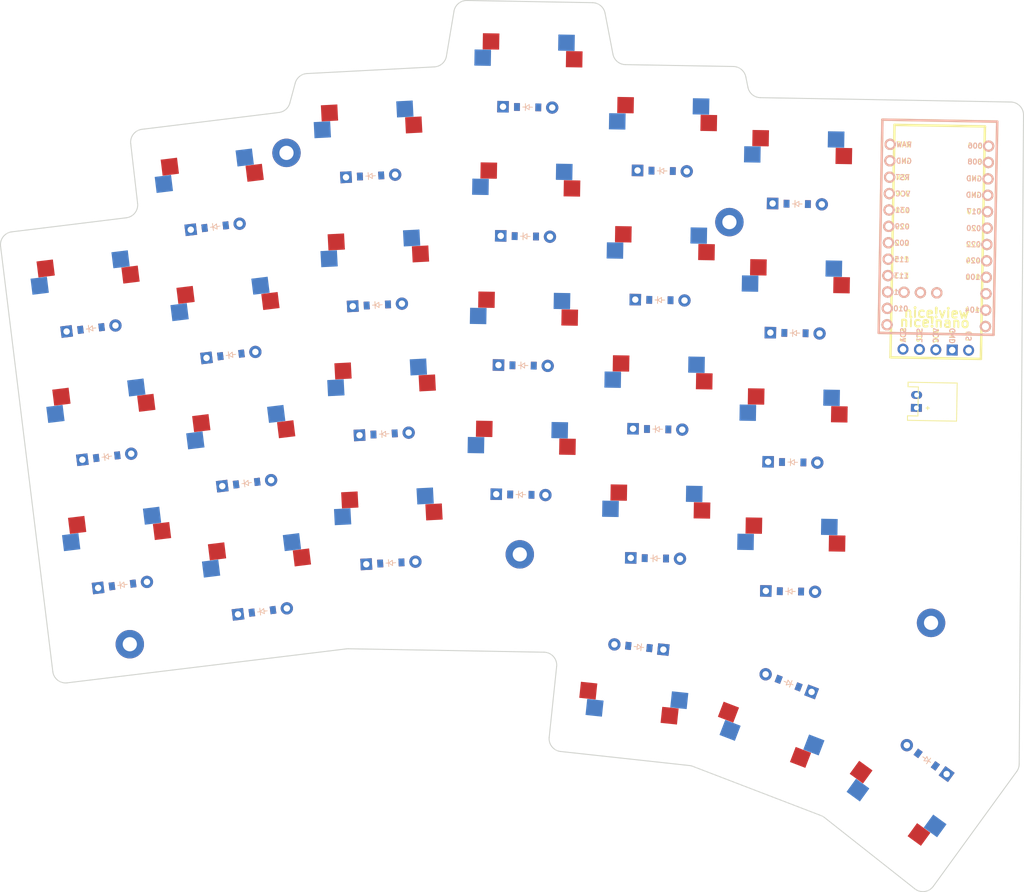
<source format=kicad_pcb>
(kicad_pcb (version 20241229) (generator "pcbnew") (generator_version "9.0")
  (title_block (title "proto1") (rev "v1.0.0") (company "Unknown"))
  (layers (0 "F.Cu" signal) (2 "B.Cu" signal) (13 "F.Paste" user) (15 "B.Paste" user) (5 "F.SilkS" user) (7 "B.SilkS" user) (1 "F.Mask" user) (3 "B.Mask" user) (25 "Edge.Cuts" user))
  (net 0 "")
  (net 1 "P113")
  (net 2 "outer_home")
  (net 3 "outer_num")
  (net 4 "outer_top")
  (net 5 "P111")
  (net 6 "pinky_bottom")
  (net 7 "pinky_home")
  (net 8 "pinky_num")
  (net 9 "pinky_top")
  (net 10 "P010")
  (net 11 "ring_bottom")
  (net 12 "ring_home")
  (net 13 "ring_num")
  (net 14 "ring_top")
  (net 15 "P009")
  (net 16 "middle_bottom")
  (net 17 "middle_home")
  (net 18 "middle_num")
  (net 19 "middle_top")
  (net 20 "P104")
  (net 21 "index_bottom")
  (net 22 "index_home")
  (net 23 "index_num")
  (net 24 "index_top")
  (net 25 "P008")
  (net 26 "inner_bottom")
  (net 27 "inner_home")
  (net 28 "inner_num")
  (net 29 "inner_top")
  (net 30 "layer_cluster")
  (net 31 "layer2_cluster")
  (net 32 "space_cluster")
  (net 33 "P002")
  (net 34 "P029")
  (net 35 "P031")
  (net 36 "P115")
  (net 37 "P106")
  (net 38 "RAW")
  (net 39 "GND")
  (net 40 "RST")
  (net 41 "VCC")
  (net 42 "P006")
  (net 43 "P017")
  (net 44 "P020")
  (net 45 "P022")
  (net 46 "P024")
  (net 47 "P100")
  (net 48 "P011")
  (net 49 "P101")
  (net 50 "P102")
  (net 51 "P107")
  (footprint "ComboDiode" (layer "F.Cu") (at 248.030951 84.582973 -1)
    (property "Reference" "D23" (hide yes))
    (property "Value" "" (hide yes))
    (pad "1" thru_hole rect (at -3.81 0 359) (size 1.778 1.778) (drill 0.9906) (layers "*.Cu" "*.Mask") (net 35 "P031"))
    (pad "1" smd rect (at -1.65 0 359) (size 0.9 1.2) (layers "F.Cu" "F.Mask" "F.Paste") (net 35 "P031"))
    (pad "1" smd rect (at -1.65 0 359) (size 0.9 1.2) (layers "B.Cu" "B.Mask" "B.Paste") (net 35 "P031"))
    (pad "2" smd rect (at 1.65 0 359) (size 0.9 1.2) (layers "F.Cu" "F.Mask" "F.Paste") (net 29 "inner_top"))
    (pad "2" smd rect (at 1.65 0 359) (size 0.9 1.2) (layers "B.Cu" "B.Mask" "B.Paste") (net 29 "inner_top"))
    (pad "2" thru_hole circle (at 3.81 0 359) (size 1.905 1.905) (drill 0.9906) (layers "*.Cu" "*.Mask") (net 29 "inner_top"))
  )
  (footprint "ComboDiode" (layer "F.Cu") (at 205.2389 129.593005 -1)
    (property "Reference" "D12" (hide yes))
    (property "Value" "" (hide yes))
    (pad "1" thru_hole rect (at -3.81 0 359) (size 1.778 1.778) (drill 0.9906) (layers "*.Cu" "*.Mask") (net 36 "P115"))
    (pad "1" smd rect (at -1.65 0 359) (size 0.9 1.2) (layers "F.Cu" "F.Mask" "F.Paste") (net 36 "P115"))
    (pad "1" smd rect (at -1.65 0 359) (size 0.9 1.2) (layers "B.Cu" "B.Mask" "B.Paste") (net 36 "P115"))
    (pad "2" smd rect (at 1.65 0 359) (size 0.9 1.2) (layers "F.Cu" "F.Mask" "F.Paste") (net 16 "middle_bottom"))
    (pad "2" smd rect (at 1.65 0 359) (size 0.9 1.2) (layers "B.Cu" "B.Mask" "B.Paste") (net 16 "middle_bottom"))
    (pad "2" thru_hole circle (at 3.81 0 359) (size 1.905 1.905) (drill 0.9906) (layers "*.Cu" "*.Mask") (net 16 "middle_bottom"))
  )
  (footprint "MX" (layer "F.Cu") (at 248.118213 79.583735 -1)
    (property "Reference" "S23" (hide yes))
    (property "Value" "" (hide yes))
    (pad "" np_thru_hole circle (at -5.08 0) (size 1.7018 1.7018) (drill 1.7018) (layers "*.Cu" "*.Mask"))
    (pad "" np_thru_hole circle (at -3.81 -2.54) (size 3 3) (drill 3) (layers "*.Cu" "*.Mask"))
    (pad "" np_thru_hole circle (at -2.54 -5.08) (size 3 3) (drill 3) (layers "*.Cu" "*.Mask"))
    (pad "" np_thru_hole circle (at 0 0) (size 3.9878 3.9878) (drill 3.9878) (layers "*.Cu" "*.Mask"))
    (pad "" np_thru_hole circle (at 2.54 -5.08) (size 3 3) (drill 3) (layers "*.Cu" "*.Mask"))
    (pad "" np_thru_hole circle (at 3.81 -2.54) (size 3 3) (drill 3) (layers "*.Cu" "*.Mask"))
    (pad "" np_thru_hole circle (at 5.08 0) (size 1.7018 1.7018) (drill 1.7018) (layers "*.Cu" "*.Mask"))
    (pad "1" smd rect (at -7.085 -2.54 359) (size 2.55 2.5) (layers "B.Cu" "B.Mask" "B.Paste") (net 25 "P008"))
    (pad "1" smd rect (at 7.085 -2.54 359) (size 2.55 2.5) (layers "F.Cu" "F.Mask" "F.Paste") (net 25 "P008"))
    (pad "2" smd rect (at -5.842 -5.08 359) (size 2.55 2.5) (layers "F.Cu" "F.Mask" "F.Paste") (net 29 "inner_top"))
    (pad "2" smd rect (at 5.842 -5.08 359) (size 2.55 2.5) (layers "B.Cu" "B.Mask" "B.Paste") (net 29 "inner_top"))
  )
  (footprint "HOLE_M2" (layer "F.Cu") (at 237.530185 87.400139 -1)
    (property "Reference" "_4" (hide yes))
    (property "Value" "")
    (pad "1" thru_hole circle (at 0 0) (size 2.6 2.6) (drill 2.2) (layers "*.Cu" "*.Mask"))
    (pad "1" connect circle (at 0 0) (size 4.4 4.4) (layers "F.Cu" "F.Mask"))
    (pad "1" connect circle (at 0 0) (size 4.4 4.4) (layers "B.Cu" "B.Mask"))
  )
  (footprint "nice_nano" (layer "F.Cu") (at 269.799087 89.463623 -91)
    (property "Reference" "MCU1" (hide yes))
    (property "Value" "nice_nano" (hide yes))
    (fp_text user "006" (at -13.97 -5.53719 359) (layer "F.SilkS") (effects (font (size 0.8 0.8))))
    (fp_text user "nice!nano" (at 13.462 0.254 359) (layer "F.SilkS") (effects (font (size 1.5 1.5) (thickness 0.3))))
    (fp_text user "029" (at -1.27 5.537191 359) (layer "F.SilkS") (effects (font (size 0.8 0.8))))
    (fp_text user "VCC" (at -6.35 5.537191 359) (layer "F.SilkS") (effects (font (size 0.8 0.8))))
    (fp_text user "RAW" (at -13.97 5.473715 359) (layer "F.SilkS") (effects (font (size 0.8 0.8))))
    (fp_text user "031" (at -3.81 5.537191 359) (layer "F.SilkS") (effects (font (size 0.8 0.8))))
    (fp_text user "008" (at -11.5 -5.53719 359) (layer "F.SilkS") (effects (font (size 0.8 0.8))))
    (fp_text user "111" (at 8.89 5.537191 359) (layer "F.SilkS") (effects (font (size 0.8 0.8))))
    (fp_text user "104" (at 11.43 -5.53719 359) (layer "F.SilkS") (effects (font (size 0.8 0.8))))
    (fp_text user "100" (at 6.35 -5.53719 359) (layer "F.SilkS") (effects (font (size 0.8 0.8))))
    (fp_text user "002" (at 1.27 5.537191 359) (layer "F.SilkS") (effects (font (size 0.8 0.8))))
    (fp_text user "024" (at 3.81 -5.53719 359) (layer "F.SilkS") (effects (font (size 0.8 0.8))))
    (fp_text user "GND" (at -6.35 -5.461 359) (layer "F.SilkS") (effects (font (size 0.8 0.8))))
    (fp_text user "113" (at 6.35 5.537191 359) (layer "F.SilkS") (effects (font (size 0.8 0.8))))
    (fp_text user "GND" (at -8.89 -5.461 359) (layer "F.SilkS") (effects (font (size 0.8 0.8))))
    (fp_text user "010" (at 11.43 5.537191 359) (layer "F.SilkS") (effects (font (size 0.8 0.8))))
    (fp_text user "022" (at 1.3 -5.53719 359) (layer "F.SilkS") (effects (font (size 0.8 0.8))))
    (fp_text user "RST" (at -8.89 5.588 359) (layer "F.SilkS") (effects (font (size 0.8 0.8))))
    (fp_text user "115" (at 3.81 5.537191 359) (layer "F.SilkS") (effects (font (size 0.8 0.8))))
    (fp_text user "017" (at -3.8 -5.53719 359) (layer "F.SilkS") (effects (font (size 0.8 0.8))))
    (fp_text user "020" (at -1.2 -5.53719 359) (layer "F.SilkS") (effects (font (size 0.8 0.8))))
    (fp_text user "GND" (at -11.43 5.454667 359) (layer "F.SilkS") (effects (font (size 0.8 0.8))))
    (fp_text user "022" (at 1.3 -5.53719 359) (layer "B.SilkS") (effects (font (size 0.8 0.8)) (justify mirror)))
    (fp_text user "GND" (at -11.43 5.454667 359) (layer "B.SilkS") (effects (font (size 0.8 0.8)) (justify mirror)))
    (fp_text user "006" (at -13.97 -5.53719 359) (layer "B.SilkS") (effects (font (size 0.8 0.8)) (justify mirror)))
    (fp_text user "115" (at 3.81 5.537191 359) (layer "B.SilkS") (effects (font (size 0.8 0.8)) (justify mirror)))
    (fp_text user "VCC" (at -6.35 5.537191 359) (layer "B.SilkS") (effects (font (size 0.8 0.8)) (justify mirror)))
    (fp_text user "104" (at 11.43 -5.53719 359) (layer "B.SilkS") (effects (font (size 0.8 0.8)) (justify mirror)))
    (fp_text user "002" (at 1.27 5.537191 359) (layer "B.SilkS") (effects (font (size 0.8 0.8)) (justify mirror)))
    (fp_text user "020" (at -1.2 -5.53719 359) (layer "B.SilkS") (effects (font (size 0.8 0.8)) (justify mirror)))
    (fp_text user "024" (at 3.81 -5.53719 359) (layer "B.SilkS") (effects (font (size 0.8 0.8)) (justify mirror)))
    (fp_text user "010" (at 11.43 5.537191 359) (layer "B.SilkS") (effects (font (size 0.8 0.8)) (justify mirror)))
    (fp_text user "GND" (at -6.35 -5.461 359) (layer "B.SilkS") (effects (font (size 0.8 0.8)) (justify mirror)))
    (fp_text user "008" (at -11.5 -5.53719 359) (layer "B.SilkS") (effects (font (size 0.8 0.8)) (justify mirror)))
    (fp_text user "RST" (at -8.89 5.588 359) (layer "B.SilkS") (effects (font (size 0.8 0.8)) (justify mirror)))
    (fp_text user "031" (at -3.81 5.537191 359) (layer "B.SilkS") (effects (font (size 0.8 0.8)) (justify mirror)))
    (fp_text user "111" (at 8.89 5.537191 359) (layer "B.SilkS") (effects (font (size 0.8 0.8)) (justify mirror)))
    (fp_text user "017" (at -3.8 -5.53719 359) (layer "B.SilkS") (effects (font (size 0.8 0.8)) (justify mirror)))
    (fp_text user "029" (at -1.27 5.537191 359) (layer "B.SilkS") (effects (font (size 0.8 0.8)) (justify mirror)))
    (fp_text user "113" (at 6.35 5.537191 359) (layer "B.SilkS") (effects (font (size 0.8 0.8)) (justify mirror)))
    (fp_text user "RAW" (at -13.97 5.473715 359) (layer "B.SilkS") (effects (font (size 0.8 0.8)) (justify mirror)))
    (fp_text user "GND" (at -8.89 -5.461 359) (layer "B.SilkS") (effects (font (size 0.8 0.8)) (justify mirror)))
    (fp_text user "100" (at 6.35 -5.53719 359) (layer "B.SilkS") (effects (font (size 0.8 0.8)) (justify mirror)))
    (pad "1" thru_hole circle (at -13.97 -7.62) (size 1.7526 1.7526) (drill 1.0922) (layers "*.Cu" "*.SilkS" "*.Mask") (net 42 "P006"))
    (pad "2" thru_hole circle (at -11.43 -7.62) (size 1.7526 1.7526) (drill 1.0922) (layers "*.Cu" "*.SilkS" "*.Mask") (net 25 "P008"))
    (pad "3" thru_hole circle (at -8.89 -7.62) (size 1.7526 1.7526) (drill 1.0922) (layers "*.Cu" "*.SilkS" "*.Mask") (net 39 "GND"))
    (pad "4" thru_hole circle (at -6.35 -7.62) (size 1.7526 1.7526) (drill 1.0922) (layers "*.Cu" "*.SilkS" "*.Mask") (net 39 "GND"))
    (pad "5" thru_hole circle (at -3.81 -7.62) (size 1.7526 1.7526) (drill 1.0922) (layers "*.Cu" "*.SilkS" "*.Mask") (net 43 "P017"))
    (pad "6" thru_hole circle (at -1.27 -7.62) (size 1.7526 1.7526) (drill 1.0922) (layers "*.Cu" "*.SilkS" "*.Mask") (net 44 "P020"))
    (pad "7" thru_hole circle (at 1.27 -7.62) (size 1.7526 1.7526) (drill 1.0922) (layers "*.Cu" "*.SilkS" "*.Mask") (net 45 "P022"))
    (pad "8" thru_hole circle (at 3.81 -7.62) (size 1.7526 1.7526) (drill 1.0922) (layers "*.Cu" "*.SilkS" "*.Mask") (net 46 "P024"))
    (pad "9" thru_hole circle (at 6.35 -7.62) (size 1.7526 1.7526) (drill 1.0922) (layers "*.Cu" "*.SilkS" "*.Mask") (net 47 "P100"))
    (pad "10" thru_hole circle (at 8.89 -7.62) (size 1.7526 1.7526) (drill 1.0922) (layers "*.Cu" "*.SilkS" "*.Mask") (net 48 "P011"))
    (pad "11" thru_hole circle (at 11.43 -7.62) (size 1.7526 1.7526) (drill 1.0922) (layers "*.Cu" "*.SilkS" "*.Mask") (net 20 "P104"))
    (pad "12" thru_hole circle (at 13.97 -7.62) (size 1.7526 1.7526) (drill 1.0922) (layers "*.Cu" "*.SilkS" "*.Mask") (net 37 "P106"))
    (pad "13" thru_hole circle (at 13.97 7.62) (size 1.7526 1.7526) (drill 1.0922) (layers "*.Cu" "*.SilkS" "*.Mask") (net 15 "P009"))
    (pad "14" thru_hole circle (at 11.43 7.62) (size 1.7526 1.7526) (drill 1.0922) (layers "*.Cu" "*.SilkS" "*.Mask") (net 10 "P010"))
    (pad "15" thru_hole circle (at 8.89 7.62) (size 1.7526 1.7526) (drill 1.0922) (layers "*.Cu" "*.SilkS" "*.Mask") (net 5 "P111"))
    (pad "16" thru_hole circle (at 6.35 7.62) (size 1.7526 1.7526) (drill 1.0922) (layers "*.Cu" "*.SilkS" "*.Mask") (net 1 "P113"))
    (pad "17" thru_hole circle (at 3.81 7.62) (size 1.7526 1.7526) (drill 1.0922) (layers "*.Cu" "*.SilkS" "*.Mask") (net 36 "P115"))
    (pad "18" thru_hole circle (at 1.27 7.62) (size 1.7526 1.7526) (drill 1.0922) (layers "*.Cu" "*.SilkS" "*.Mask") (net 33 "P002"))
    (pad "19" thru_hole circle (at -1.27 7.62) (size 1.7526 1.7526) (drill 1.0922) (layers "*.Cu" "*.SilkS" "*.Mask") (net 34 "P029"))
    (pad "20" thru_hole circle (at -3.81 7.62) (size 1.7526 1.7526) (drill 1.0922) (layers "*.Cu" "*.SilkS" "*.Mask") (net 35 "P031"))
    (pad "21" thru_hole circle (at -6.35 7.62) (size 1.7526 1.7526) (drill 1.0922) (layers "*.Cu" "*.SilkS" "*.Mask") (net 41 "VCC"))
    (pad "22" thru_hole circle (at -8.89 7.62) (size 1.7526 1.7526) (drill 1.0922) (layers "*.Cu" "*.SilkS" "*.Mask") (net 40 "RST"))
    (pad "23" thru_hole circle (at -11.43 7.62) (size 1.7526 1.7526) (drill 1.0922) (layers "*.Cu" "*.SilkS" "*.Mask") (net 39 "GND"))
    (pad "24" thru_hole circle (at -13.97 7.62) (size 1.7526 1.7526) (drill 1.0922) (layers "*.Cu" "*.SilkS" "*.Mask") (net 38 "RAW"))
    (pad "31" thru_hole circle (at 8.89 5.08) (size 1.7526 1.7526) (drill 1.0922) (layers "*.Cu" "*.SilkS" "*.Mask") (net 49 "P101"))
    (pad "32" thru_hole circle (at 8.89 2.54) (size 1.7526 1.7526) (drill 1.0922) (layers "*.Cu" "*.SilkS" "*.Mask") (net 50 "P102"))
    (pad "33" thru_hole circle (at 8.89 0) (size 1.7526 1.7526) (drill 1.0922) (layers "*.Cu" "*.SilkS" "*.Mask") (net 51 "P107"))
  )
  (footprint "MX" (layer "F.Cu") (at 265.144831 174.669358 144)
    (property "Reference" "S26" (hide yes))
    (property "Value" "" (hide yes))
    (pad "" np_thru_hole circle (at -5.08 0) (size 1.7018 1.7018) (drill 1.7018) (layers "*.Cu" "*.Mask"))
    (pad "" np_thru_hole circle (at -3.81 -2.54) (size 3 3) (drill 3) (layers "*.Cu" "*.Mask"))
    (pad "" np_thru_hole circle (at -2.54 -5.08) (size 3 3) (drill 3) (layers "*.Cu" "*.Mask"))
    (pad "" np_thru_hole circle (at 0 0) (size 3.9878 3.9878) (drill 3.9878) (layers "*.Cu" "*.Mask"))
    (pad "" np_thru_hole circle (at 2.54 -5.08) (size 3 3) (drill 3) (layers "*.Cu" "*.Mask"))
    (pad "" np_thru_hole circle (at 3.81 -2.54) (size 3 3) (drill 3) (layers "*.Cu" "*.Mask"))
    (pad "" np_thru_hole circle (at 5.08 0) (size 1.7018 1.7018) (drill 1.7018) (layers "*.Cu" "*.Mask"))
    (pad "1" smd rect (at -7.085 -2.54 144) (size 2.55 2.5) (layers "B.Cu" "B.Mask" "B.Paste") (net 25 "P008"))
    (pad "1" smd rect (at 7.085 -2.54 144) (size 2.55 2.5) (layers "F.Cu" "F.Mask" "F.Paste") (net 25 "P008"))
    (pad "2" smd rect (at -5.842 -5.08 144) (size 2.55 2.5) (layers "F.Cu" "F.Mask" "F.Paste") (net 32 "space_cluster"))
    (pad "2" smd rect (at 5.842 -5.08 144) (size 2.55 2.5) (layers "B.Cu" "B.Mask" "B.Paste") (net 32 "space_cluster"))
  )
  (footprint "ComboDiode" (layer "F.Cu") (at 205.936996 89.599097 -1)
    (property "Reference" "D14" (hide yes))
    (property "Value" "" (hide yes))
    (pad "1" thru_hole rect (at -3.81 0 359) (size 1.778 1.778) (drill 0.9906) (layers "*.Cu" "*.Mask") (net 34 "P029"))
    (pad "1" smd rect (at -1.65 0 359) (size 0.9 1.2) (layers "F.Cu" "F.Mask" "F.Paste") (net 34 "P029"))
    (pad "1" smd rect (at -1.65 0 359) (size 0.9 1.2) (layers "B.Cu" "B.Mask" "B.Paste") (net 34 "P029"))
    (pad "2" smd rect (at 1.65 0 359) (size 0.9 1.2) (layers "F.Cu" "F.Mask" "F.Paste") (net 18 "middle_num"))
    (pad "2" smd rect (at 1.65 0 359) (size 0.9 1.2) (layers "B.Cu" "B.Mask" "B.Paste") (net 18 "middle_num"))
    (pad "2" thru_hole circle (at 3.81 0 359) (size 1.905 1.905) (drill 0.9906) (layers "*.Cu" "*.Mask") (net 18 "middle_num"))
  )
  (footprint "MX" (layer "F.Cu") (at 205.67521 104.596812 -1)
    (property "Reference" "S13" (hide yes))
    (property "Value" "" (hide yes))
    (pad "" np_thru_hole circle (at -5.08 0) (size 1.7018 1.7018) (drill 1.7018) (layers "*.Cu" "*.Mask"))
    (pad "" np_thru_hole circle (at -3.81 -2.54) (size 3 3) (drill 3) (layers "*.Cu" "*.Mask"))
    (pad "" np_thru_hole circle (at -2.54 -5.08) (size 3 3) (drill 3) (layers "*.Cu" "*.Mask"))
    (pad "" np_thru_hole circle (at 0 0) (size 3.9878 3.9878) (drill 3.9878) (layers "*.Cu" "*.Mask"))
    (pad "" np_thru_hole circle (at 2.54 -5.08) (size 3 3) (drill 3) (layers "*.Cu" "*.Mask"))
    (pad "" np_thru_hole circle (at 3.81 -2.54) (size 3 3) (drill 3) (layers "*.Cu" "*.Mask"))
    (pad "" np_thru_hole circle (at 5.08 0) (size 1.7018 1.7018) (drill 1.7018) (layers "*.Cu" "*.Mask"))
    (pad "1" smd rect (at -7.085 -2.54 359) (size 2.55 2.5) (layers "B.Cu" "B.Mask" "B.Paste") (net 15 "P009"))
    (pad "1" smd rect (at 7.085 -2.54 359) (size 2.55 2.5) (layers "F.Cu" "F.Mask" "F.Paste") (net 15 "P009"))
    (pad "2" smd rect (at -5.842 -5.08 359) (size 2.55 2.5) (layers "F.Cu" "F.Mask" "F.Paste") (net 17 "middle_home"))
    (pad "2" smd rect (at 5.842 -5.08 359) (size 2.55 2.5) (layers "B.Cu" "B.Mask" "B.Paste") (net 17 "middle_home"))
  )
  (footprint "MX" (layer "F.Cu") (at 142.958017 138.610986 7)
    (property "Reference" "S1" (hide yes))
    (property "Value" "" (hide yes))
    (pad "" np_thru_hole circle (at -5.08 0) (size 1.7018 1.7018) (drill 1.7018) (layers "*.Cu" "*.Mask"))
    (pad "" np_thru_hole circle (at -3.81 -2.54) (size 3 3) (drill 3) (layers "*.Cu" "*.Mask"))
    (pad "" np_thru_hole circle (at -2.54 -5.08) (size 3 3) (drill 3) (layers "*.Cu" "*.Mask"))
    (pad "" np_thru_hole circle (at 0 0) (size 3.9878 3.9878) (drill 3.9878) (layers "*.Cu" "*.Mask"))
    (pad "" np_thru_hole circle (at 2.54 -5.08) (size 3 3) (drill 3) (layers "*.Cu" "*.Mask"))
    (pad "" np_thru_hole circle (at 3.81 -2.54) (size 3 3) (drill 3) (layers "*.Cu" "*.Mask"))
    (pad "" np_thru_hole circle (at 5.08 0) (size 1.7018 1.7018) (drill 1.7018) (layers "*.Cu" "*.Mask"))
    (pad "1" smd rect (at -7.085 -2.54 7) (size 2.55 2.5) (layers "B.Cu" "B.Mask" "B.Paste") (net 1 "P113"))
    (pad "1" smd rect (at 7.085 -2.540001 7) (size 2.55 2.5) (layers "F.Cu" "F.Mask" "F.Paste") (net 1 "P113"))
    (pad "2" smd rect (at -5.842 -5.08 7) (size 2.55 2.5) (layers "F.Cu" "F.Mask" "F.Paste") (net 2 "outer_home"))
    (pad "2" smd rect (at 5.842 -5.08 7) (size 2.55 2.5) (layers "B.Cu" "B.Mask" "B.Paste") (net 2 "outer_home"))
  )
  (footprint "MX" (layer "F.Cu") (at 227.20431 74.467958 -1)
    (property "Reference" "S19" (hide yes))
    (property "Value" "" (hide yes))
    (pad "" np_thru_hole circle (at -5.08 0) (size 1.7018 1.7018) (drill 1.7018) (layers "*.Cu" "*.Mask"))
    (pad "" np_thru_hole circle (at -3.81 -2.54) (size 3 3) (drill 3) (layers "*.Cu" "*.Mask"))
    (pad "" np_thru_hole circle (at -2.54 -5.08) (size 3 3) (drill 3) (layers "*.Cu" "*.Mask"))
    (pad "" np_thru_hole circle (at 0 0) (size 3.9878 3.9878) (drill 3.9878) (layers "*.Cu" "*.Mask"))
    (pad "" np_thru_hole circle (at 2.54 -5.08) (size 3 3) (drill 3) (layers "*.Cu" "*.Mask"))
    (pad "" np_thru_hole circle (at 3.81 -2.54) (size 3 3) (drill 3) (layers "*.Cu" "*.Mask"))
    (pad "" np_thru_hole circle (at 5.08 0) (size 1.7018 1.7018) (drill 1.7018) (layers "*.Cu" "*.Mask"))
    (pad "1" smd rect (at -7.085 -2.54 359) (size 2.55 2.5) (layers "B.Cu" "B.Mask" "B.Paste") (net 20 "P104"))
    (pad "1" smd rect (at 7.085 -2.54 359) (size 2.55 2.5) (layers "F.Cu" "F.Mask" "F.Paste") (net 20 "P104"))
    (pad "2" smd rect (at -5.842 -5.08 359) (size 2.55 2.5) (layers "F.Cu" "F.Mask" "F.Paste") (net 24 "index_top"))
    (pad "2" smd rect (at 5.842 -5.08 359) (size 2.55 2.5) (layers "B.Cu" "B.Mask" "B.Paste") (net 24 "index_top"))
  )
  (footprint "MX" (layer "F.Cu") (at 182.758695 95.23462 3)
    (property "Reference" "S10" (hide yes))
    (property "Value" "" (hide yes))
    (pad "" np_thru_hole circle (at -5.08 0) (size 1.7018 1.7018) (drill 1.7018) (layers "*.Cu" "*.Mask"))
    (pad "" np_thru_hole circle (at -3.81 -2.54) (size 3 3) (drill 3) (layers "*.Cu" "*.Mask"))
    (pad "" np_thru_hole circle (at -2.54 -5.08) (size 3 3) (drill 3) (layers "*.Cu" "*.Mask"))
    (pad "" np_thru_hole circle (at 0 0) (size 3.9878 3.9878) (drill 3.9878) (layers "*.Cu" "*.Mask"))
    (pad "" np_thru_hole circle (at 2.54 -5.08) (size 3 3) (drill 3) (layers "*.Cu" "*.Mask"))
    (pad "" np_thru_hole circle (at 3.81 -2.54) (size 3 3) (drill 3) (layers "*.Cu" "*.Mask"))
    (pad "" np_thru_hole circle (at 5.08 0) (size 1.7018 1.7018) (drill 1.7018) (layers "*.Cu" "*.Mask"))
    (pad "1" smd rect (at -7.085 -2.54 3) (size 2.55 2.5) (layers "B.Cu" "B.Mask" "B.Paste") (net 10 "P010"))
    (pad "1" smd rect (at 7.085 -2.54 3) (size 2.55 2.5) (layers "F.Cu" "F.Mask" "F.Paste") (net 10 "P010"))
    (pad "2" smd rect (at -5.842 -5.08 3) (size 2.55 2.5) (layers "F.Cu" "F.Mask" "F.Paste") (net 13 "ring_num"))
    (pad "2" smd rect (at 5.842 -5.08 3) (size 2.55 2.5) (layers "B.Cu" "B.Mask" "B.Paste") (net 13 "ring_num"))
  )
  (footprint "ComboDiode" (layer "F.Cu") (at 205.587948 109.596051 -1)
    (property "Reference" "D13" (hide yes))
    (property "Value" "" (hide yes))
    (pad "1" thru_hole rect (at -3.81 0 359) (size 1.778 1.778) (drill 0.9906) (layers "*.Cu" "*.Mask") (net 33 "P002"))
    (pad "1" smd rect (at -1.65 0 359) (size 0.9 1.2) (layers "F.Cu" "F.Mask" "F.Paste") (net 33 "P002"))
    (pad "1" smd rect (at -1.65 0 359) (size 0.9 1.2) (layers "B.Cu" "B.Mask" "B.Paste") (net 33 "P002"))
    (pad "2" smd rect (at 1.65 0 359) (size 0.9 1.2) (layers "F.Cu" "F.Mask" "F.Paste") (net 17 "middle_home"))
    (pad "2" smd rect (at 1.65 0 359) (size 0.9 1.2) (layers "B.Cu" "B.Mask" "B.Paste") (net 17 "middle_home"))
    (pad "2" thru_hole circle (at 3.81 0 359) (size 1.905 1.905) (drill 0.9906) (layers "*.Cu" "*.Mask") (net 17 "middle_home"))
  )
  (footprint "MX" (layer "F.Cu") (at 181.711976 75.26203 3)
    (property "Reference" "S11" (hide yes))
    (property "Value" "" (hide yes))
    (pad "" np_thru_hole circle (at -5.08 0) (size 1.7018 1.7018) (drill 1.7018) (layers "*.Cu" "*.Mask"))
    (pad "" np_thru_hole circle (at -3.81 -2.54) (size 3 3) (drill 3) (layers "*.Cu" "*.Mask"))
    (pad "" np_thru_hole circle (at -2.54 -5.08) (size 3 3) (drill 3) (layers "*.Cu" "*.Mask"))
    (pad "" np_thru_hole circle (at 0 0) (size 3.9878 3.9878) (drill 3.9878) (layers "*.Cu" "*.Mask"))
    (pad "" np_thru_hole circle (at 2.54 -5.08) (size 3 3) (drill 3) (layers "*.Cu" "*.Mask"))
    (pad "" np_thru_hole circle (at 3.81 -2.54) (size 3 3) (drill 3) (layers "*.Cu" "*.Mask"))
    (pad "" np_thru_hole circle (at 5.08 0) (size 1.7018 1.7018) (drill 1.7018) (layers "*.Cu" "*.Mask"))
    (pad "1" smd rect (at -7.085 -2.54 3) (size 2.55 2.5) (layers "B.Cu" "B.Mask" "B.Paste") (net 10 "P010"))
    (pad "1" smd rect (at 7.085 -2.54 3) (size 2.55 2.5) (layers "F.Cu" "F.Mask" "F.Paste") (net 10 "P010"))
    (pad "2" smd rect (at -5.842 -5.08 3) (size 2.55 2.5) (layers "F.Cu" "F.Mask" "F.Paste") (net 14 "ring_top"))
    (pad "2" smd rect (at 5.842 -5.08 3) (size 2.55 2.5) (layers "B.Cu" "B.Mask" "B.Paste") (net 14 "ring_top"))
  )
  (footprint "HOLE_M2" (layer "F.Cu") (at 168.954449 76.681202 7)
    (property "Reference" "_5" (hide yes))
    (property "Value" "")
    (pad "1" thru_hole circle (at 0 0) (size 2.6 2.6) (drill 2.2) (layers "*.Cu" "*.Mask"))
    (pad "1" connect circle (at 0 0) (size 4.4 4.4) (layers "F.Cu" "F.Mask"))
    (pad "1" connect circle (at 0 0) (size 4.4 4.4) (layers "B.Cu" "B.Mask"))
  )
  (footprint "ComboDiode" (layer "F.Cu") (at 184.067094 120.200359 3)
    (property "Reference" "D9" (hide yes))
    (property "Value" "" (hide yes))
    (pad "1" thru_hole rect (at -3.81 0 3) (size 1.778 1.778) (drill 0.9906) (layers "*.Cu" "*.Mask") (net 33 "P002"))
    (pad "1" smd rect (at -1.65 0 3) (size 0.9 1.2) (layers "F.Cu" "F.Mask" "F.Paste") (net 33 "P002"))
    (pad "1" smd rect (at -1.65 0 3) (size 0.9 1.2) (layers "B.Cu" "B.Mask" "B.Paste") (net 33 "P002"))
    (pad "2" smd rect (at 1.65 0 3) (size 0.9 1.2) (layers "F.Cu" "F.Mask" "F.Paste") (net 12 "ring_home"))
    (pad "2" smd rect (at 1.65 0 3) (size 0.9 1.2) (layers "B.Cu" "B.Mask" "B.Paste") (net 12 "ring_home"))
    (pad "2" thru_hole circle (at 3.81 0 3) (size 1.905 1.905) (drill 0.9906) (layers "*.Cu" "*.Mask") (net 12 "ring_home"))
  )
  (footprint "HOLE_M2" (layer "F.Cu") (at 144.694655 152.754768 7)
    (property "Reference" "_1" (hide yes))
    (property "Value" "")
    (pad "1" thru_hole circle (at 0 0) (size 2.6 2.6) (drill 2.2) (layers "*.Cu" "*.Mask"))
    (pad "1" connect circle (at 0 0) (size 4.4 4.4) (layers "F.Cu" "F.Mask"))
    (pad "1" connect circle (at 0 0) (size 4.4 4.4) (layers "B.Cu" "B.Mask"))
  )
  (footprint "MX" (layer "F.Cu") (at 157.30585 83.14902 7)
    (property "Reference" "S7" (hide yes))
    (property "Value" "" (hide yes))
    (pad "" np_thru_hole circle (at -5.08 0) (size 1.7018 1.7018) (drill 1.7018) (layers "*.Cu" "*.Mask"))
    (pad "" np_thru_hole circle (at -3.81 -2.54) (size 3 3) (drill 3) (layers "*.Cu" "*.Mask"))
    (pad "" np_thru_hole circle (at -2.54 -5.08) (size 3 3) (drill 3) (layers "*.Cu" "*.Mask"))
    (pad "" np_thru_hole circle (at 0 0) (size 3.9878 3.9878) (drill 3.9878) (layers "*.Cu" "*.Mask"))
    (pad "" np_thru_hole circle (at 2.54 -5.08) (size 3 3) (drill 3) (layers "*.Cu" "*.Mask"))
    (pad "" np_thru_hole circle (at 3.81 -2.54) (size 3 3) (drill 3) (layers "*.Cu" "*.Mask"))
    (pad "" np_thru_hole circle (at 5.08 0) (size 1.7018 1.7018) (drill 1.7018) (layers "*.Cu" "*.Mask"))
    (pad "1" smd rect (at -7.085 -2.54 7) (size 2.55 2.5) (layers "B.Cu" "B.Mask" "B.Paste") (net 5 "P111"))
    (pad "1" smd rect (at 7.085 -2.540001 7) (size 2.55 2.5) (layers "F.Cu" "F.Mask" "F.Paste") (net 5 "P111"))
    (pad "2" smd rect (at -5.842 -5.08 7) (size 2.55 2.5) (layers "F.Cu" "F.Mask" "F.Paste") (net 9 "pinky_top"))
    (pad "2" smd rect (at 5.842 -5.08 7) (size 2.55 2.5) (layers "B.Cu" "B.Mask" "B.Paste") (net 9 "pinky_top"))
  )
  (footprint "ComboDiode" (layer "F.Cu") (at 165.227358 147.664519 7)
    (property "Reference" "D4" (hide yes))
    (property "Value" "" (hide yes))
    (pad "1" thru_hole rect (at -3.81 0 7) (size 1.778 1.778) (drill 0.9906) (layers "*.Cu" "*.Mask") (net 36 "P115"))
    (pad "1" smd rect (at -1.65 0 7) (size 0.9 1.2) (layers "F.Cu" "F.Mask" "F.Paste") (net 36 "P115"))
    (pad "1" smd rect (at -1.65 0 7) (size 0.9 1.2) (layers "B.Cu" "B.Mask" "B.Paste") (net 36 "P115"))
    (pad "2" smd rect (at 1.65 0 7) (size 0.9 1.2) (layers "F.Cu" "F.Mask" "F.Paste") (net 6 "pinky_bottom"))
    (pad "2" smd rect (at 1.65 0 7) (size 0.9 1.2) (layers "B.Cu" "B.Mask" "B.Paste") (net 6 "pinky_bottom"))
    (pad "2" thru_hole circle (at 3.81 0 7) (size 1.905 1.905) (drill 0.9906) (layers "*.Cu" "*.Mask") (net 6 "pinky_bottom"))
  )
  (footprint "ComboDiode" (layer "F.Cu") (at 185.113813 140.172949 3)
    (property "Reference" "D8" (hide yes))
    (property "Value" "" (hide yes))
    (pad "1" thru_hole rect (at -3.81 0 3) (size 1.778 1.778) (drill 0.9906) (layers "*.Cu" "*.Mask") (net 36 "P115"))
    (pad "1" smd rect (at -1.65 0 3) (size 0.9 1.2) (layers "F.Cu" "F.Mask" "F.Paste") (net 36 "P115"))
    (pad "1" smd rect (at -1.65 0 3) (size 0.9 1.2) (layers "B.Cu" "B.Mask" "B.Paste") (net 36 "P115"))
    (pad "2" smd rect (at 1.65 0 3) (size 0.9 1.2) (layers "F.Cu" "F.Mask" "F.Paste") (net 11 "ring_bottom"))
    (pad "2" smd rect (at 1.65 0 3) (size 0.9 1.2) (layers "B.Cu" "B.Mask" "B.Paste") (net 11 "ring_bottom"))
    (pad "2" thru_hole circle (at 3.81 0 3) (size 1.905 1.905) (drill 0.9906) (layers "*.Cu" "*.Mask") (net 11 "ring_bottom"))
  )
  (footprint "MX" (layer "F.Cu") (at 164.618011 142.701789 7)
    (property "Reference" "S4" (hide yes))
    (property "Value" "" (hide yes))
    (pad "" np_thru_hole circle (at -5.08 0) (size 1.7018 1.7018) (drill 1.7018) (layers "*.Cu" "*.Mask"))
    (pad "" np_thru_hole circle (at -3.81 -2.54) (size 3 3) (drill 3) (layers "*.Cu" "*.Mask"))
    (pad "" np_thru_hole circle (at -2.54 -5.08) (size 3 3) (drill 3) (layers "*.Cu" "*.Mask"))
    (pad "" np_thru_hole circle (at 0 0) (size 3.9878 3.9878) (drill 3.9878) (layers "*.Cu" "*.Mask"))
    (pad "" np_thru_hole circle (at 2.54 -5.08) (size 3 3) (drill 3) (layers "*.Cu" "*.Mask"))
    (pad "" np_thru_hole circle (at 3.81 -2.54) (size 3 3) (drill 3) (layers "*.Cu" "*.Mask"))
    (pad "" np_thru_hole circle (at 5.08 0) (size 1.7018 1.7018) (drill 1.7018) (layers "*.Cu" "*.Mask"))
    (pad "1" smd rect (at -7.085 -2.54 7) (size 2.55 2.5) (layers "B.Cu" "B.Mask" "B.Paste") (net 5 "P111"))
    (pad "1" smd rect (at 7.085 -2.540001 7) (size 2.55 2.5) (layers "F.Cu" "F.Mask" "F.Paste") (net 5 "P111"))
    (pad "2" smd rect (at -5.842 -5.08 7) (size 2.55 2.5) (layers "F.Cu" "F.Mask" "F.Paste") (net 6 "pinky_bottom"))
    (pad "2" smd rect (at 5.842 -5.08 7) (size 2.55 2.5) (layers "B.Cu" "B.Mask" "B.Paste") (net 6 "pinky_bottom"))
  )
  (footprint "ComboDiode" (layer "F.Cu") (at 223.515732 153.184599 174)
    (property "Reference" "D24" (hide yes))
    (property "Value" "" (hide yes))
    (pad "1" thru_hole rect (at -3.81 0 174) (size 1.778 1.778) (drill 0.9906) (layers "*.Cu" "*.Mask") (net 37 "P106"))
    (pad "1" smd rect (at -1.65 0 174) (size 0.9 1.2) (layers "F.Cu" "F.Mask" "F.Paste") (net 37 "P106"))
    (pad "1" smd rect (at -1.65 0 174) (size 0.9 1.2) (layers "B.Cu" "B.Mask" "B.Paste") (net 37 "P106"))
    (pad "2" smd rect (at 1.65 0 174) (size 0.9 1.2) (layers "F.Cu" "F.Mask" "F.Paste") (net 30 "layer_cluster"))
    (pad "2" smd rect (at 1.65 0 174) (size 0.9 1.2) (layers "B.Cu" "B.Mask" "B.Paste") (net 30 "layer_cluster"))
    (pad "2" thru_hole circle (at 3.81 0 174) (size 1.905 1.905) (drill 0.9906) (layers "*.Cu" "*.Mask") (net 30 "layer_cluster"))
  )
  (footprint "MX" (layer "F.Cu") (at 222.99309 158.157208 174)
    (property "Reference" "S24" (hide yes))
    (property "Value" "" (hide yes))
    (pad "" np_thru_hole circle (at -5.08 0) (size 1.7018 1.7018) (drill 1.7018) (layers "*.Cu" "*.Mask"))
    (pad "" np_thru_hole circle (at -3.81 -2.54) (size 3 3) (drill 3) (layers "*.Cu" "*.Mask"))
    (pad "" np_thru_hole circle (at -2.54 -5.08) (size 3 3) (drill 3) (layers "*.Cu" "*.Mask"))
    (pad "" np_thru_hole circle (at 0 0) (size 3.9878 3.9878) (drill 3.9878) (layers "*.Cu" "*.Mask"))
    (pad "" np_thru_hole circle (at 2.54 -5.08) (size 3 3) (drill 3) (layers "*.Cu" "*.Mask"))
    (pad "" np_thru_hole circle (at 3.81 -2.54) (size 3 3) (drill 3) (layers "*.Cu" "*.Mask"))
    (pad "" np_thru_hole circle (at 5.08 0) (size 1.7018 1.7018) (drill 1.7018) (layers "*.Cu" "*.Mask"))
    (pad "1" smd rect (at -7.085 -2.54 174) (size 2.55 2.5) (layers "B.Cu" "B.Mask" "B.Paste") (net 15 "P009"))
    (pad "1" smd rect (at 7.085 -2.54 174) (size 2.55 2.5) (layers "F.Cu" "F.Mask" "F.Paste") (net 15 "P009"))
    (pad "2" smd rect (at -5.842 -5.080001 174) (size 2.55 2.5) (layers "F.Cu" "F.Mask" "F.Paste") (net 30 "layer_cluster"))
    (pad "2" smd rect (at 5.842 -5.08 174) (size 2.55 2.5) (layers "B.Cu" "B.Mask" "B.Paste") (net 30 "layer_cluster"))
  )
  (footprint "MX" (layer "F.Cu") (at 247.420117 119.577643 -1)
    (property "Reference" "S21" (hide yes))
    (property "Value" "" (hide yes))
    (pad "" np_thru_hole circle (at -5.08 0) (size 1.7018 1.7018) (drill 1.7018) (layers "*.Cu" "*.Mask"))
    (pad "" np_thru_hole circle (at -3.81 -2.54) (size 3 3) (drill 3) (layers "*.Cu" "*.Mask"))
    (pad "" np_thru_hole circle (at -2.54 -5.08) (size 3 3) (drill 3) (layers "*.Cu" "*.Mask"))
    (pad "" np_thru_hole circle (at 0 0) (size 3.9878 3.9878) (drill 3.9878) (layers "*.Cu" "*.Mask"))
    (pad "" np_thru_hole circle (at 2.54 -5.08) (size 3 3) (drill 3) (layers "*.Cu" "*.Mask"))
    (pad "" np_thru_hole circle (at 3.81 -2.54) (size 3 3) (drill 3) (layers "*.Cu" "*.Mask"))
    (pad "" np_thru_hole circle (at 5.08 0) (size 1.7018 1.7018) (drill 1.7018) (layers "*.Cu" "*.Mask"))
    (pad "1" smd rect (at -7.085 -2.54 359) (size 2.55 2.5) (layers "B.Cu" "B.Mask" "B.Paste") (net 25 "P008"))
    (pad "1" smd rect (at 7.085 -2.54 359) (size 2.55 2.5) (layers "F.Cu" "F.Mask" "F.Paste") (net 25 "P008"))
    (pad "2" smd rect (at -5.842 -5.08 359) (size 2.55 2.5) (layers "F.Cu" "F.Mask" "F.Paste") (net 27 "inner_home"))
    (pad "2" smd rect (at 5.842 -5.08 359) (size 2.55 2.5) (layers "B.Cu" "B.Mask" "B.Paste") (net 27 "inner_home"))
  )
  (footprint "lib:niceView_headers" (layer "F.Cu") (at 269.467491 108.460729 89)
    (property "Reference" "niceView1" (hide yes))
    (property "Value" "niceView" (hide yes))
    (fp_text user "SDA" (at 3.5 -5.08 269) (layer "F.SilkS") (effects (font (size 0.8 0.8))))
    (fp_text user "nice!view" (at 7 0 359) (layer "F.SilkS") (effects (font (size 1.5 1.5) (thickness 0.3))))
    (fp_text user "CS" (at 3.5 5.08 269) (layer "F.SilkS") (effects (font (size 0.8 0.8))))
    (fp_text user "VCC" (at 3.5 0 269) (layer "F.SilkS") (effects (font (size 0.8 0.8))))
    (fp_text user "GND" (at 3.5 2.54 269) (layer "F.SilkS") (effects (font (size 0.8 0.8))))
    (fp_text user "SCL" (at 3.5 -2.54 269) (layer "F.SilkS") (effects (font (size 0.8 0.8))))
    (fp_text user "VCC" (at 3.5 0 269) (layer "B.SilkS") (effects (font (size 0.8 0.8)) (justify mirror)))
    (fp_text user "GND" (at 3.5 2.54 269) (layer "B.SilkS") (effects (font (size 0.8 0.8)) (justify mirror)))
    (fp_text user "CS" (at 3.5 5.08 269) (layer "B.SilkS") (effects (font (size 0.8 0.8)) (justify mirror)))
    (fp_text user "SCL" (at 3.5 -2.54 269) (layer "B.SilkS") (effects (font (size 0.8 0.8)) (justify mirror)))
    (fp_text user "SDA" (at 3.5 -5.08 269) (layer "B.SilkS") (effects (font (size 0.8 0.8)) (justify mirror)))
    (pad "1" thru_hole oval (at 1.3 5.08 359) (size 1.7 1.7) (drill 1) (layers "*.Cu" "*.Mask") (net 42 "P006"))
    (pad "2" thru_hole rect (at 1.3 2.54 359) (size 1.7 1.7) (drill 1) (layers "*.Cu" "*.Mask") (net 39 "GND"))
    (pad "3" thru_hole oval (at 1.3 0 359) (size 1.7 1.7) (drill 1) (layers "*.Cu" "*.Mask") (net 41 "VCC"))
    (pad "4" thru_hole oval (at 1.3 -2.54 359) (size 1.7 1.7) (drill 1) (layers "*.Cu" "*.Mask") (net 46 "P024"))
    (pad "5" thru_hole oval (at 1.3 -5.08 359) (size 1.7 1.7) (drill 1) (layers "*.Cu" "*.Mask") (net 47 "P100"))
  )
  (footprint "MX" (layer "F.Cu") (at 183.805414 115.207211 3)
    (property "Reference" "S9" (hide yes))
    (property "Value" "" (hide yes))
    (pad "" np_thru_hole circle (at -5.08 0) (size 1.7018 1.7018) (drill 1.7018) (layers "*.Cu" "*.Mask"))
    (pad "" np_thru_hole circle (at -3.81 -2.54) (size 3 3) (drill 3) (layers "*.Cu" "*.Mask"))
    (pad "" np_thru_hole circle (at -2.54 -5.08) (size 3 3) (drill 3) (layers "*.Cu" "*.Mask"))
    (pad "" np_thru_hole circle (at 0 0) (size 3.9878 3.9878) (drill 3.9878) (layers "*.Cu" "*.Mask"))
    (pad "" np_thru_hole circle (at 2.54 -5.08) (size 3 3) (drill 3) (layers "*.Cu" "*.Mask"))
    (pad "" np_thru_hole circle (at 3.81 -2.54) (size 3 3) (drill 3) (layers "*.Cu" "*.Mask"))
    (pad "" np_thru_hole circle (at 5.08 0) (size 1.7018 1.7018) (drill 1.7018) (layers "*.Cu" "*.Mask"))
    (pad "1" smd rect (at -7.085 -2.54 3) (size 2.55 2.5) (layers "B.Cu" "B.Mask" "B.Paste") (net 10 "P010"))
    (pad "1" smd rect (at 7.085 -2.54 3) (size 2.55 2.5) (layers "F.Cu" "F.Mask" "F.Paste") (net 10 "P010"))
    (pad "2" smd rect (at -5.842 -5.08 3) (size 2.55 2.5) (layers "F.Cu" "F.Mask" "F.Paste") (net 12 "ring_home"))
    (pad "2" smd rect (at 5.842 -5.08 3) (size 2.55 2.5) (layers "B.Cu" "B.Mask" "B.Paste") (net 12 "ring_home"))
  )
  (footprint "MX" (layer "F.Cu") (at 226.157166 134.45882 -1)
    (property "Reference" "S16" (hide yes))
    (property "Value" "" (hide yes))
    (pad "" np_thru_hole circle (at -5.08 0) (size 1.7018 1.7018) (drill 1.7018) (layers "*.Cu" "*.Mask"))
    (pad "" np_thru_hole circle (at -3.81 -2.54) (size 3 3) (drill 3) (layers "*.Cu" "*.Mask"))
    (pad "" np_thru_hole circle (at -2.54 -5.08) (size 3 3) (drill 3) (layers "*.Cu" "*.Mask"))
    (pad "" np_thru_hole circle (at 0 0) (size 3.9878 3.9878) (drill 3.9878) (layers "*.Cu" "*.Mask"))
    (pad "" np_thru_hole circle (at 2.54 -5.08) (size 3 3) (drill 3) (layers "*.Cu" "*.Mask"))
    (pad "" np_thru_hole circle (at 3.81 -2.54) (size 3 3) (drill 3) (layers "*.Cu" "*.Mask"))
    (pad "" np_thru_hole circle (at 5.08 0) (size 1.7018 1.7018) (drill 1.7018) (layers "*.Cu" "*.Mask"))
    (pad "1" smd rect (at -7.085 -2.54 359) (size 2.55 2.5) (layers "B.Cu" "B.Mask" "B.Paste") (net 20 "P104"))
    (pad "1" smd rect (at 7.085 -2.54 359) (size 2.55 2.5) (layers "F.Cu" "F.Mask" "F.Paste") (net 20 "P104"))
    (pad "2" smd rect (at -5.842 -5.08 359) (size 2.55 2.5) (layers "F.Cu" "F.Mask" "F.Paste") (net 21 "index_bottom"))
    (pad "2" smd rect (at 5.842 -5.08 359) (size 2.55 2.5) (layers "B.Cu" "B.Mask" "B.Paste") (net 21 "index_bottom"))
  )
  (footprint "MX" (layer "F.Cu") (at 247.769165 99.580689 -1)
    (property "Reference" "S22" (hide yes))
    (property "Value" "" (hide yes))
    (pad "" np_thru_hole circle (at -5.08 0) (size 1.7018 1.7018) (drill 1.7018) (layers "*.Cu" "*.Mask"))
    (pad "" np_thru_hole circle (at -3.81 -2.54) (size 3 3) (drill 3) (layers "*.Cu" "*.Mask"))
    (pad "" np_thru_hole circle (at -2.54 -5.08) (size 3 3) (drill 3) (layers "*.Cu" "*.Mask"))
    (pad "" np_thru_hole circle (at 0 0) (size 3.9878 3.9878) (drill 3.9878) (layers "*.Cu" "*.Mask"))
    (pad "" np_thru_hole circle (at 2.54 -5.08) (size 3 3) (drill 3) (layers "*.Cu" "*.Mask"))
    (pad "" np_thru_hole circle (at 3.81 -2.54) (size 3 3) (drill 3) (layers "*.Cu" "*.Mask"))
    (pad "" np_thru_hole circle (at 5.08 0) (size 1.7018 1.7018) (drill 1.7018) (layers "*.Cu" "*.Mask"))
    (pad "1" smd rect (at -7.085 -2.54 359) (size 2.55 2.5) (layers "B.Cu" "B.Mask" "B.Paste") (net 25 "P008"))
    (pad "1" smd rect (at 7.085 -2.54 359) (size 2.55 2.5) (layers "F.Cu" "F.Mask" "F.Paste") (net 25 "P008"))
    (pad "2" smd rect (at -5.842 -5.08 359) (size 2.55 2.5) (layers "F.Cu" "F.Mask" "F.Paste") (net 28 "inner_num"))
    (pad "2" smd rect (at 5.842 -5.08 359) (size 2.55 2.5) (layers "B.Cu" "B.Mask" "B.Paste") (net 28 "inner_num"))
  )
  (footprint "ComboDiode" (layer "F.Cu") (at 226.418952 119.461104 -1)
    (property "Reference" "D17" (hide yes))
    (property "Value" "" (hide yes))
    (pad "1" thru_hole rect (at -3.81 0 359) (size 1.778 1.778) (drill 0.9906) (layers "*.Cu" "*.Mask") (net 33 "P002"))
    (pad "1" smd rect (at -1.65 0 359) (size 0.9 1.2) (layers "F.Cu" "F.Mask" "F.Paste") (net 33 "P002"))
    (pad "1" smd rect (at -1.65 0 359) (size 0.9 1.2) (layers "B.Cu" "B.Mask" "B.Paste") (net 33 "P002"))
    (pad "2" smd rect (at 1.65 0 359) (size 0.9 1.2) (layers "F.Cu" "F.Mask" "F.Paste") (net 22 "index_home"))
    (pad "2" smd rect (at 1.65 0 359) (size 0.9 1.2) (layers "B.Cu" "B.Mask" "B.Paste") (net 22 "index_home"))
    (pad "2" thru_hole circle (at 3.81 0 359) (size 1.905 1.905) (drill 0.9906) (layers "*.Cu" "*.Mask") (net 22 "index_home"))
  )
  (footprint "ComboDiode" (layer "F.Cu") (at 181.973656 80.255177 3)
    (property "Reference" "D11" (hide yes))
    (property "Value" "" (hide yes))
    (pad "1" thru_hole rect (at -3.81 0 3) (size 1.778 1.778) (drill 0.9906) (layers "*.Cu" "*.Mask") (net 35 "P031"))
    (pad "1" smd rect (at -1.65 0 3) (size 0.9 1.2) (layers "F.Cu" "F.Mask" "F.Paste") (net 35 "P031"))
    (pad "1" smd rect (at -1.65 0 3) (size 0.9 1.2) (layers "B.Cu" "B.Mask" "B.Paste") (net 35 "P031"))
    (pad "2" smd rect (at 1.65 0 3) (size 0.9 1.2) (layers "F.Cu" "F.Mask" "F.Paste") (net 14 "ring_top"))
    (pad "2" smd rect (at 1.65 0 3) (size 0.9 1.2) (layers "B.Cu" "B.Mask" "B.Paste") (net 14 "ring_top"))
    (pad "2" thru_hole circle (at 3.81 0 3) (size 1.905 1.905) (drill 0.9906) (layers "*.Cu" "*.Mask") (net 14 "ring_top"))
  )
  (footprint "MX" (layer "F.Cu") (at 205.326162 124.593766 -1)
    (property "Reference" "S12" (hide yes))
    (property "Value" "" (hide yes))
    (pad "" np_thru_hole circle (at -5.08 0) (size 1.7018 1.7018) (drill 1.7018) (layers "*.Cu" "*.Mask"))
    (pad "" np_thru_hole circle (at -3.81 -2.54) (size 3 3) (drill 3) (layers "*.Cu" "*.Mask"))
    (pad "" np_thru_hole circle (at -2.54 -5.08) (size 3 3) (drill 3) (layers "*.Cu" "*.Mask"))
    (pad "" np_thru_hole circle (at 0 0) (size 3.9878 3.9878) (drill 3.9878) (layers "*.Cu" "*.Mask"))
    (pad "" np_thru_hole circle (at 2.54 -5.08) (size 3 3) (drill 3) (layers "*.Cu" "*.Mask"))
    (pad "" np_thru_hole circle (at 3.81 -2.54) (size 3 3) (drill 3) (layers "*.Cu" "*.Mask"))
    (pad "" np_thru_hole circle (at 5.08 0) (size 1.7018 1.7018) (drill 1.7018) (layers "*.Cu" "*.Mask"))
    (pad "1" smd rect (at -7.085 -2.54 359) (size 2.55 2.5) (layers "B.Cu" "B.Mask" "B.Paste") (net 15 "P009"))
    (pad "1" smd rect (at 7.085 -2.54 359) (size 2.55 2.5) (layers "F.Cu" "F.Mask" "F.Paste") (net 15 "P009"))
    (pad "2" smd rect (at -5.842 -5.08 359) (size 2.55 2.5) (layers "F.Cu" "F.Mask" "F.Paste") (net 16 "middle_bottom"))
    (pad "2" smd rect (at 5.842 -5.08 359) (size 2.55 2.5) (layers "B.Cu" "B.Mask" "B.Paste") (net 16 "middle_bottom"))
  )
  (footprint "MX" (layer "F.Cu") (at 159.743237 102.999943 7)
    (property "Reference" "S6" (hide yes))
    (property "Value" "" (hide yes))
    (pad "" np_thru_hole circle (at -5.08 0) (size 1.7018 1.7018) (drill 1.7018) (layers "*.Cu" "*.Mask"))
    (pad "" np_thru_hole circle (at -3.81 -2.54) (size 3 3) (drill 3) (layers "*.Cu" "*.Mask"))
    (pad "" np_thru_hole circle (at -2.54 -5.08) (size 3 3) (drill 3) (layers "*.Cu" "*.Mask"))
    (pad "" np_thru_hole circle (at 0 0) (size 3.9878 3.9878) (drill 3.9878) (layers "*.Cu" "*.Mask"))
    (pad "" np_thru_hole circle (at 2.54 -5.08) (size 3 3) (drill 3) (layers "*.Cu" "*.Mask"))
    (pad "" np_thru_hole circle (at 3.81 -2.54) (size 3 3) (drill 3) (layers "*.Cu" "*.Mask"))
    (pad "" np_thru_hole circle (at 5.08 0) (size 1.7018 1.7018) (drill 1.7018) (layers "*.Cu" "*.Mask"))
    (pad "1" smd rect (at -7.085 -2.54 7) (size 2.55 2.5) (layers "B.Cu" "B.Mask" "B.Paste") (net 5 "P111"))
    (pad "1" smd rect (at 7.085 -2.540001 7) (size 2.55 2.5) (layers "F.Cu" "F.Mask" "F.Paste") (net 5 "P111"))
    (pad "2" smd rect (at -5.842 -5.08 7) (size 2.55 2.5) (layers "F.Cu" "F.Mask" "F.Paste") (net 8 "pinky_num"))
    (pad "2" smd rect (at 5.842 -5.08 7) (size 2.55 2.5) (layers "B.Cu" "B.Mask" "B.Paste") (net 8 "pinky_num"))
  )
  (footprint "ComboDiode" (layer "F.Cu") (at 227.117048 79.467196 -1)
    (property "Reference" "D19" (hide yes))
    (property "Value" "" (hide yes))
    (pad "1" thru_hole rect (at -3.81 0 359) (size 1.778 1.778) (drill 0.9906) (layers "*.Cu" "*.Mask") (net 35 "P031"))
    (pad "1" smd rect (at -1.65 0 359) (size 0.9 1.2) (layers "F.Cu" "F.Mask" "F.Paste") (net 35 "P031"))
    (pad "1" smd rect (at -1.65 0 359) (size 0.9 1.2) (layers "B.Cu" "B.Mask" "B.Paste") (net 35 "P031"))
    (pad "2" smd rect (at 1.65 0 359) (size 0.9 1.2) (layers "F.Cu" "F.Mask" "F.Paste") (net 24 "index_top"))
    (pad "2" smd rect (at 1.65 0 359) (size 0.9 1.2) (layers "B.Cu" "B.Mask" "B.Paste") (net 24 "index_top"))
    (pad "2" thru_hole circle (at 3.81 0 359) (size 1.905 1.905) (drill 0.9906) (layers "*.Cu" "*.Mask") (net 24 "index_top"))
  )
  (footprint "ComboDiode" (layer "F.Cu") (at 160.352584 107.962673 7)
    (property "Reference" "D6" (hide yes))
    (property "Value" "" (hide yes))
    (pad "1" thru_hole rect (at -3.81 0 7) (size 1.778 1.778) (drill 0.9906) (layers "*.Cu" "*.Mask") (net 34 "P029"))
    (pad "1" smd rect (at -1.65 0 7) (size 0.9 1.2) (layers "F.Cu" "F.Mask" "F.Paste") (net 34 "P029"))
    (pad "1" smd rect (at -1.65 0 7) (size 0.9 1.2) (layers "B.Cu" "B.Mask" "B.Paste") (net 34 "P029"))
    (pad "2" smd rect (at 1.65 0 7) (size 0.9 1.2) (layers "F.Cu" "F.Mask" "F.Paste") (net 8 "pinky_num"))
    (pad "2" smd rect (at 1.65 0 7) (size 0.9 1.2) (layers "B.Cu" "B.Mask" "B.Paste") (net 8 "pinky_num"))
    (pad "2" thru_hole circle (at 3.81 0 7) (size 1.905 1.905) (drill 0.9906) (layers "*.Cu" "*.Mask") (net 8 "pinky_num"))
  )
  (footprint "ComboDiode" (layer "F.Cu") (at 247.681903 104.579927 -1)
    (property "Reference" "D22" (hide yes))
    (property "Value" "" (hide yes))
    (pad "1" thru_hole rect (at -3.81 0 359) (size 1.778 1.778) (drill 0.9906) (layers "*.Cu" "*.Mask") (net 34 "P029"))
    (pad "1" smd rect (at -1.65 0 359) (size 0.9 1.2) (layers "F.Cu" "F.Mask" "F.Paste") (net 34 "P029"))
    (pad "1" smd rect (at -1.65 0 359) (size 0.9 1.2) (layers "B.Cu" "B.Mask" "B.Paste") (net 34 "P029"))
    (pad "2" smd rect (at 1.65 0 359) (size 0.9 1.2) (layers "F.Cu" "F.Mask" "F.Paste") (net 28 "inner_num"))
    (pad "2" smd rect (at 1.65 0 359) (size 0.9 1.2) (layers "B.Cu" "B.Mask" "B.Paste") (net 28 "inner_num"))
    (pad "2" thru_hole circle (at 3.81 0 359) (size 1.905 1.905) (drill 0.9906) (layers "*.Cu" "*.Mask") (net 28 "inner_num"))
  )
  (footprint "ComboDiode" (layer "F.Cu") (at 226.768 99.46415 -1)
    (property "Reference" "D18" (hide yes))
    (property "Value" "" (hide yes))
    (pad "1" thru_hole rect (at -3.81 0 359) (size 1.778 1.778) (drill 0.9906) (layers "*.Cu" "*.Mask") (net 34 "P029"))
    (pad "1" smd rect (at -1.65 0 359) (size 0.9 1.2) (layers "F.Cu" "F.Mask" "F.Paste") (net 34 "P029"))
    (pad "1" smd rect (at -1.65 0 359) (size 0.9 1.2) (layers "B.Cu" "B.Mask" "B.Paste") (net 34 "P029"))
    (pad "2" smd rect (at 1.65 0 359) (size 0.9 1.2) (layers "F.Cu" "F.Mask" "F.Paste") (net 23 "index_num"))
    (pad "2" smd rect (at 1.65 0 359) (size 0.9 1.2) (layers "B.Cu" "B.Mask" "B.Paste") (net 23 "index_num"))
    (pad "2" thru_hole circle (at 3.81 0 359) (size 1.905 1.905) (drill 0.9906) (layers "*.Cu" "*.Mask") (net 23 "index_num"))
  )
  (footprint "ComboDiode" (layer "F.Cu") (at 143.567364 143.573716 7)
    (property "Reference" "D1" (hide yes))
    (property "Value" "" (hide yes))
    (pad "1" thru_hole rect (at -3.81 0 7) (size 1.778 1.778) (drill 0.9906) (layers "*.Cu" "*.Mask") (net 33 "P002"))
    (pad "1" smd rect (at -1.65 0 7) (size 0.9 1.2) (layers "F.Cu" "F.Mask" "F.Paste") (net 33 "P002"))
    (pad "1" smd rect (at -1.65 0 7) (size 0.9 1.2) (layers "B.Cu" "B.Mask" "B.Paste") (net 33 "P002"))
    (pad "2" smd rect (at 1.65 0 7) (size 0.9 1.2) (layers "F.Cu" "F.Mask" "F.Paste") (net 2 "outer_home"))
    (pad "2" smd rect (at 1.65 0 7) (size 0.9 1.2) (layers "B.Cu" "B.Mask" "B.Paste") (net 2 "outer_home"))
    (pad "2" thru_hole circle (at 3.81 0 7) (size 1.905 1.905) (drill 0.9906) (layers "*.Cu" "*.Mask") (net 2 "outer_home"))
  )
  (footprint "MX" (layer "F.Cu") (at 226.506214 114.461866 -1)
    (property "Reference" "S17" (hide yes))
    (property "Value" "" (hide yes))
    (pad "" np_thru_hole circle (at -5.08 0) (size 1.7018 1.7018) (drill 1.7018) (layers "*.Cu" "*.Mask"))
    (pad "" np_thru_hole circle (at -3.81 -2.54) (size 3 3) (drill 3) (layers "*.Cu" "*.Mask"))
    (pad "" np_thru_hole circle (at -2.54 -5.08) (size 3 3) (drill 3) (layers "*.Cu" "*.Mask"))
    (pad "" np_thru_hole circle (at 0 0) (size 3.9878 3.9878) (drill 3.9878) (layers "*.Cu" "*.Mask"))
    (pad "" np_thru_hole circle (at 2.54 -5.08) (size 3 3) (drill 3) (layers "*.Cu" "*.Mask"))
    (pad "" np_thru_hole circle (at 3.81 -2.54) (size 3 3) (drill 3) (layers "*.Cu" "*.Mask"))
    (pad "" np_thru_hole circle (at 5.08 0) (size 1.7018 1.7018) (drill 1.7018) (layers "*.Cu" "*.Mask"))
    (pad "1" smd rect (at -7.085 -2.54 359) (size 2.55 2.5) (layers "B.Cu" "B.Mask" "B.Paste") (net 20 "P104"))
    (pad "1" smd rect (at 7.085 -2.54 359) (size 2.55 2.5) (layers "F.Cu" "F.Mask" "F.Paste") (net 20 "P104"))
    (pad "2" smd rect (at -5.842 -5.08 359) (size 2.55 2.5) (layers "F.Cu" "F.Mask" "F.Paste") (net 22 "index_home"))
    (pad "2" smd rect (at 5.842 -5.08 359) (size 2.55 2.5) (layers "B.Cu" "B.Mask" "B.Paste") (net 22 "index_home"))
  )
  (footprint "ComboDiode" (layer "F.Cu") (at 157.915197 88.11175 7)
    (property "Reference" "D7" (hide yes))
    (property "Value" "" (hide yes))
    (pad "1" thru_hole rect (at -3.81 0 7) (size 1.778 1.778) (drill 0.9906) (layers "*.Cu" "*.Mask") (net 35 "P031"))
    (pad "1" smd rect (at -1.65 0 7) (size 0.9 1.2) (layers "F.Cu" "F.Mask" "F.Paste") (net 35 "P031"))
    (pad "1" smd rect (at -1.65 0 7) (size 0.9 1.2) (layers "B.Cu" "B.Mask" "B.Paste") (net 35 "P031"))
    (pad "2" smd rect (at 1.65 0 7) (size 0.9 1.2) (layers "F.Cu" "F.Mask" "F.Paste") (net 9 "pinky_top"))
    (pad "2" smd rect (at 1.65 0 7) (size 0.9 1.2) (layers "B.Cu" "B.Mask" "B.Paste") (net 9 "pinky_top"))
    (pad "2" thru_hole circle (at 3.81 0 7) (size 1.905 1.905) (drill 0.9906) (layers "*.Cu" "*.Mask") (net 9 "pinky_top"))
  )
  (footprint "HOLE_M2" (layer "F.Cu") (at 268.751943 149.454485 -1)
    (property "Reference" "_3" (hide yes))
    (property "Value" "")
    (pad "1" thru_hole circle (at 0 0) (size 2.6 2.6) (drill 2.2) (layers "*.Cu" "*.Mask"))
    (pad "1" connect circle (at 0 0) (size 4.4 4.4) (layers "F.Cu" "F.Mask"))
    (pad "1" connect circle (at 0 0) (size 4.4 4.4) (layers "B.Cu" "B.Mask"))
  )
  (footprint "MX" (layer "F.Cu") (at 244.906592 163.443882 159)
    (property "Reference" "S25" (hide yes))
    (property "Value" "" (hide yes))
    (pad "" np_thru_hole circle (at -5.08 0) (size 1.7018 1.7018) (drill 1.7018) (layers "*.Cu" "*.Mask"))
    (pad "" np_thru_hole circle (at -3.81 -2.54) (size 3 3) (drill 3) (layers "*.Cu" "*.Mask"))
    (pad "" np_thru_hole circle (at -2.54 -5.08) (size 3 3) (drill 3) (layers "*.Cu" "*.Mask"))
    (pad "" np_thru_hole circle (at 0 0) (size 3.9878 3.9878) (drill 3.9878) (layers "*.Cu" "*.Mask"))
    (pad "" np_thru_hole circle (at 2.54 -5.08) (size 3 3) (drill 3) (layers "*.Cu" "*.Mask"))
    (pad "" np_thru_hole circle (at 3.81 -2.54) (size 3 3) (drill 3) (layers "*.Cu" "*.Mask"))
    (pad "" np_thru_hole circle (at 5.08 0) (size 1.7018 1.7018) (drill 1.7018) (layers "*.Cu" "*.Mask"))
    (pad "1" smd rect (at -7.085 -2.54 159) (size 2.55 2.5) (layers "B.Cu" "B.Mask" "B.Paste") (net 20 "P104"))
    (pad "1" smd rect (at 7.085 -2.54 159) (size 2.55 2.5) (layers "F.Cu" "F.Mask" "F.Paste") (net 20 "P104"))
    (pad "2" smd rect (at -5.842 -5.08 159) (size 2.55 2.5) (layers "F.Cu" "F.Mask" "F.Paste") (net 31 "layer2_cluster"))
    (pad "2" smd rect (at 5.842 -5.08 159) (size 2.55 2.5) (layers "B.Cu" "B.Mask" "B.Paste") (net 31 "layer2_cluster"))
  )
  (footprint "MX" (layer "F.Cu") (at 184.852133 135.179802 3)
    (property "Reference" "S8" (hide yes))
    (property "Value" "" (hide yes))
    (pad "" np_thru_hole circle (at -5.08 0) (size 1.7018 1.7018) (drill 1.7018) (layers "*.Cu" "*.Mask"))
    (pad "" np_thru_hole circle (at -3.81 -2.54) (size 3 3) (drill 3) (layers "*.Cu" "*.Mask"))
    (pad "" np_thru_hole circle (at -2.54 -5.08) (size 3 3) (drill 3) (layers "*.Cu" "*.Mask"))
    (pad "" np_thru_hole circle (at 0 0) (size 3.9878 3.9878) (drill 3.9878) (layers "*.Cu" "*.Mask"))
    (pad "" np_thru_hole circle (at 2.54 -5.08) (size 3 3) (drill 3) (layers "*.Cu" "*.Mask"))
    (pad "" np_thru_hole circle (at 3.81 -2.54) (size 3 3) (drill 3) (layers "*.Cu" "*.Mask"))
    (pad "" np_thru_hole circle (at 5.08 0) (size 1.7018 1.7018) (drill 1.7018) (layers "*.Cu" "*.Mask"))
    (pad "1" smd rect (at -7.085 -2.54 3) (size 2.55 2.5) (layers "B.Cu" "B.Mask" "B.Paste") (net 10 "P010"))
    (pad "1" smd rect (at 7.085 -2.54 3) (size 2.55 2.5) (layers "F.Cu" "F.Mask" "F.Paste") (net 10 "P010"))
    (pad "2" smd rect (at -5.842 -5.08 3) (size 2.55 2.5) (layers "F.Cu" "F.Mask" "F.Paste") (net 11 "ring_bottom"))
    (pad "2" smd rect (at 5.842 -5.08 3) (size 2.55 2.5) (layers "B.Cu" "B.Mask" "B.Paste") (net 11 "ring_bottom"))
  )
  (footprint "ComboDiode" (layer "F.Cu") (at 183.020375 100.227768 3)
    (property "Reference" "D10" (hide yes))
    (property "Value" "" (hide yes))
    (pad "1" thru_hole rect (at -3.81 0 3) (size 1.778 1.778) (drill 0.9906) (layers "*.Cu" "*.Mask") (net 34 "P029"))
    (pad "1" smd rect (at -1.65 0 3) (size 0.9 1.2) (layers "F.Cu" "F.Mask" "F.Paste") (net 34 "P029"))
    (pad "1" smd rect (at -1.65 0 3) (size 0.9 1.2) (layers "B.Cu" "B.Mask" "B.Paste") (net 34 "P029"))
    (pad "2" smd rect (at 1.65 0 3) (size 0.9 1.2) (layers "F.Cu" "F.Mask" "F.Paste") (net 13 "ring_num"))
    (pad "2" smd rect (at 1.65 0 3) (size 0.9 1.2) (layers "B.Cu" "B.Mask" "B.Paste") (net 13 "ring_num"))
    (pad "2" thru_hole circle (at 3.81 0 3) (size 1.905 1.905) (drill 0.9906) (layers "*.Cu" "*.Mask") (net 13 "ring_num"))
  )
  (footprint "ComboDiode" (layer "F.Cu") (at 162.789971 127.813596 7)
    (property "Reference" "D5" (hide yes))
    (property "Value" "" (hide yes))
    (pad "1" thru_hole rect (at -3.81 0 7) (size 1.778 1.778) (drill 0.9906) (layers "*.Cu" "*.Mask") (net 33 "P002"))
    (pad "1" smd rect (at -1.65 0 7) (size 0.9 1.2) (layers "F.Cu" "F.Mask" "F.Paste") (net 33 "P002"))
    (pad "1" smd rect (at -1.65 0 7) (size 0.9 1.2) (layers "B.Cu" "B.Mask" "B.Paste") (net 33 "P002"))
    (pad "2" smd rect (at 1.65 0 7) (size 0.9 1.2) (layers "F.Cu" "F.Mask" "F.Paste") (net 7 "pinky_home"))
    (pad "2" smd rect (at 1.65 0 7) (size 0.9 1.2) (layers "B.Cu" "B.Mask" "B.Paste") (net 7 "pinky_home"))
    (pad "2" thru_hole circle (at 3.81 0 7) (size 1.905 1.905) (drill 0.9906) (layers "*.Cu" "*.Mask") (net 7 "pinky_home"))
  )
  (footprint "ComboDiode" (layer "F.Cu") (at 206.286044 69.602143 -1)
    (property "Reference" "D15" (hide yes))
    (property "Value" "" (hide yes))
    (pad "1" thru_hole rect (at -3.81 0 359) (size 1.778 1.778) (drill 0.9906) (layers "*.Cu" "*.Mask") (net 35 "P031"))
    (pad "1" smd rect (at -1.65 0 359) (size 0.9 1.2) (layers "F.Cu" "F.Mask" "F.Paste") (net 35 "P031"))
    (pad "1" smd rect (at -1.65 0 359) (size 0.9 1.2) (layers "B.Cu" "B.Mask" "B.Paste") (net 35 "P031"))
    (pad "2" smd rect (at 1.65 0 359) (size 0.9 1.2) (layers "F.Cu" "F.Mask" "F.Paste") (net 19 "middle_top"))
    (pad "2" smd rect (at 1.65 0 359) (size 0.9 1.2) (layers "B.Cu" "B.Mask" "B.Paste") (net 19 "middle_top"))
    (pad "2" thru_hole circle (at 3.81 0 359) (size 1.905 1.905) (drill 0.9906) (layers "*.Cu" "*.Mask") (net 19 "middle_top"))
  )
  (footprint "ComboDiode" (layer "F.Cu") (at 268.083758 170.624273 144)
    (property "Reference" "D26" (hide yes))
    (property "Value" "" (hide yes))
    (pad "1" thru_hole rect (at -3.81 0 144) (size 1.778 1.778) (drill 0.9906) (layers "*.Cu" "*.Mask") (net 37 "P106"))
    (pad "1" smd rect (at -1.65 0 144) (size 0.9 1.2) (layers "F.Cu" "F.Mask" "F.Paste") (net 37 "P106"))
    (pad "1" smd rect (at -1.65 0 144) (size 0.9 1.2) (layers "B.Cu" "B.Mask" "B.Paste") (net 37 "P106"))
    (pad "2" smd rect (at 1.65 0 144) (size 0.9 1.2) (layers "F.Cu" "F.Mask" "F.Paste") (net 32 "space_cluster"))
    (pad "2" smd rect (at 1.65 0 144) (size 0.9 1.2) (layers "B.Cu" "B.Mask" "B.Paste") (net 32 "space_cluster"))
    (pad "2" thru_hole circle (at 3.81 0 144) (size 1.905 1.905) (drill 0.9906) (layers "*.Cu" "*.Mask") (net 32 "space_cluster"))
  )
  (footprint "HOLE_M2" (layer "F.Cu") (at 205.077465 138.841596 -1)
    (property "Reference" "_2" (hide yes))
    (property "Value" "")
    (pad "1" thru_hole circle (at 0 0) (size 2.6 2.6) (drill 2.2) (layers "*.Cu" "*.Mask"))
    (pad "1" connect circle (at 0 0) (size 4.4 4.4) (layers "F.Cu" "F.Mask"))
    (pad "1" connect circle (at 0 0) (size 4.4 4.4) (layers "B.Cu" "B.Mask"))
  )
  (footprint "MX" (layer "F.Cu") (at 138.083243 98.90914 7)
    (property "Reference" "S3" (hide yes))
    (property "Value" "" (hide yes))
    (pad "" np_thru_hole circle (at -5.08 0) (size 1.7018 1.7018) (drill 1.7018) (layers "*.Cu" "*.Mask"))
    (pad "" np_thru_hole circle (at -3.81 -2.54) (size 3 3) (drill 3) (layers "*.Cu" "*.Mask"))
    (pad "" np_thru_hole circle (at -2.54 -5.08) (size 3 3) (drill 3) (layers "*.Cu" "*.Mask"))
    (pad "" np_thru_hole circle (at 0 0) (size 3.9878 3.9878) (drill 3.9878) (layers "*.Cu" "*.Mask"))
    (pad "" np_thru_hole circle (at 2.54 -5.08) (size 3 3) (drill 3) (layers "*.Cu" "*.Mask"))
    (pad "" np_thru_hole circle (at 3.81 -2.54) (size 3 3) (drill 3) (layers "*.Cu" "*.Mask"))
    (pad "" np_thru_hole circle (at 5.08 0) (size 1.7018 1.7018) (drill 1.7018) (layers "*.Cu" "*.Mask"))
    (pad "1" smd rect (at -7.085 -2.54 7) (size 2.55 2.5) (layers "B.Cu" "B.Mask" "B.Paste") (net 1 "P113"))
    (pad "1" smd rect (at 7.085 -2.540001 7) (size 2.55 2.5) (layers "F.Cu" "F.Mask" "F.Paste") (net 1 "P113"))
    (pad "2" smd rect (at -5.842 -5.08 7) (size 2.55 2.5) (layers "F.Cu" "F.Mask" "F.Paste") (net 4 "outer_top"))
    (pad "2" smd rect (at 5.842 -5.08 7) (size 2.55 2.5) (layers "B.Cu" "B.Mask" "B.Paste") (net 4 "outer_top"))
  )
  (footprint "ComboDiode" (layer "F.Cu") (at 247.332855 124.576881 -1)
    (property "Reference" "D21" (hide yes))
    (property "Value" "" (hide yes))
    (pad "1" thru_hole rect (at -3.81 0 359) (size 1.778 1.778) (drill 0.9906) (layers "*.Cu" "*.Mask") (net 33 "P002"))
    (pad "1" smd rect (at -1.65 0 359) (size 0.9 1.2) (layers "F.Cu" "F.Mask" "F.Paste") (net 33 "P002"))
    (pad "1" smd rect (at -1.65 0 359) (size 0.9 1.2) (layers "B.Cu" "B.Mask" "B.Paste") (net 33 "P002"))
    (pad "2" smd rect (at 1.65 0 359) (size 0.9 1.2) (layers "F.Cu" "F.Mask" "F.Paste") (net 27 "inner_home"))
    (pad "2" smd rect (at 1.65 0 359) (size 0.9 1.2) (layers "B.Cu" "B.Mask" "B.Paste") (net 27 "inner_home"))
    (pad "2" thru_hole circle (at 3.81 0 359) (size 1.905 1.905) (drill 0.9906) (layers "*.Cu" "*.Mask") (net 27 "inner_home"))
  )
  (footprint "ComboDiode" (layer "F.Cu") (at 246.698431 158.77598 159)
    (property "Reference" "D25" (hide yes))
    (property "Value" "" (hide yes))
    (pad "1" thru_hole rect (at -3.81 0 159) (size 1.778 1.778) (drill 0.9906) (layers "*.Cu" "*.Mask") (net 37 "P106"))
    (pad "1" smd rect (at -1.65 0 159) (size 0.9 1.2) (layers "F.Cu" "F.Mask" "F.Paste") (net 37 "P106"))
    (pad "1" smd rect (at -1.65 0 159) (size 0.9 1.2) (layers "B.Cu" "B.Mask" "B.Paste") (net 37 "P106"))
    (pad "2" smd rect (at 1.65 0 159) (size 0.9 1.2) (layers "F.Cu" "F.Mask" "F.Paste") (net 31 "layer2_cluster"))
    (pad "2" smd rect (at 1.65 0 159) (size 0.9 1.2) (layers "B.Cu" "B.Mask" "B.Paste") (net 31 "layer2_cluster"))
    (pad "2" thru_hole circle (at 3.81 0 159) (size 1.905 1.905) (drill 0.9906) (layers "*.Cu" "*.Mask") (net 31 "layer2_cluster"))
  )
  (footprint "MX" (layer "F.Cu") (at 247.071068 139.574597 -1)
    (property "Reference" "S20" (hide yes))
    (property "Value" "" (hide yes))
    (pad "" np_thru_hole circle (at -5.08 0) (size 1.7018 1.7018) (drill 1.7018) (layers "*.Cu" "*.Mask"))
    (pad "" np_thru_hole circle (at -3.81 -2.54) (size 3 3) (drill 3) (layers "*.Cu" "*.Mask"))
    (pad "" np_thru_hole circle (at -2.54 -5.08) (size 3 3) (drill 3) (layers "*.Cu" "*.Mask"))
    (pad "" np_thru_hole circle (at 0 0) (size 3.9878 3.9878) (drill 3.9878) (layers "*.Cu" "*.Mask"))
    (pad "" np_thru_hole circle (at 2.54 -5.08) (size 3 3) (drill 3) (layers "*.Cu" "*.Mask"))
    (pad "" np_thru_hole circle (at 3.81 -2.54) (size 3 3) (drill 3) (layers "*.Cu" "*.Mask"))
    (pad "" np_thru_hole circle (at 5.08 0) (size 1.7018 1.7018) (drill 1.7018) (layers "*.Cu" "*.Mask"))
    (pad "1" smd rect (at -7.085 -2.54 359) (size 2.55 2.5) (layers "B.Cu" "B.Mask" "B.Paste") (net 25 "P008"))
    (pad "1" smd rect (at 7.085 -2.54 359) (size 2.55 2.5) (layers "F.Cu" "F.Mask" "F.Paste") (net 25 "P008"))
    (pad "2" smd rect (at -5.842 -5.08 359) (size 2.55 2.5) (layers "F.Cu" "F.Mask" "F.Paste") (net 26 "inner_bottom"))
    (pad "2" smd rect (at 5.842 -5.08 359) (size 2.55 2.5) (layers "B.Cu" "B.Mask" "B.Paste") (net 26 "inner_bottom"))
  )
  (footprint "MX" (layer "F.Cu") (at 162.180624 122.850866 7)
    (property "Reference" "S5" (hide yes))
    (property "Value" "" (hide yes))
    (pad "" np_thru_hole circle (at -5.08 0) (size 1.7018 1.7018) (drill 1.7018) (layers "*.Cu" "*.Mask"))
    (pad "" np_thru_hole circle (at -3.81 -2.54) (size 3 3) (drill 3) (layers "*.Cu" "*.Mask"))
    (pad "" np_thru_hole circle (at -2.54 -5.08) (size 3 3) (drill 3) (layers "*.Cu" "*.Mask"))
    (pad "" np_thru_hole circle (at 0 0) (size 3.9878 3.9878) (drill 3.9878) (layers "*.Cu" "*.Mask"))
    (pad "" np_thru_hole circle (at 2.54 -5.08) (size 3 3) (drill 3) (layers "*.Cu" "*.Mask"))
    (pad "" np_thru_hole circle (at 3.81 -2.54) (size 3 3) (drill 3) (layers "*.Cu" "*.Mask"))
    (pad "" np_thru_hole circle (at 5.08 0) (size 1.7018 1.7018) (drill 1.7018) (layers "*.Cu" "*.Mask"))
    (pad "1" smd rect (at -7.085 -2.54 7) (size 2.55 2.5) (layers "B.Cu" "B.Mask" "B.Paste") (net 5 "P111"))
    (pad "1" smd rect (at 7.085 -2.540001 7) (size 2.55 2.5) (layers "F.Cu" "F.Mask" "F.Paste") (net 5 "P111"))
    (pad "2" smd rect (at -5.842 -5.08 7) (size 2.55 2.5) (layers "F.Cu" "F.Mask" "F.Paste") (net 7 "pinky_home"))
    (pad "2" smd rect (at 5.842 -5.08 7) (size 2.55 2.5) (layers "B.Cu" "B.Mask" "B.Paste") (net 7 "pinky_home"))
  )
  (footprint "ComboDiode" (layer "F.Cu") (at 226.069904 139.458058 -1)
    (property "Reference" "D16" (hide yes))
    (property "Value" "" (hide yes))
    (pad "1" thru_hole rect (at -3.81 0 359) (size 1.778 1.778) (drill 0.9906) (layers "*.Cu" "*.Mask") (net 36 "P115"))
    (pad "1" smd rect (at -1.65 0 359) (size 0.9 1.2) (layers "F.Cu" "F.Mask" "F.Paste") (net 36 "P115"))
    (pad "1" smd rect (at -1.65 0 359) (size 0.9 1.2) (layers "B.Cu" "B.Mask" "B.Paste") (net 36 "P115"))
    (pad "2" smd rect (at 1.65 0 359) (size 0.9 1.2) (layers "F.Cu" "F.Mask" "F.Paste") (net 21 "index_bottom"))
    (pad "2" smd rect (at 1.65 0 359) (size 0.9 1.2) (layers "B.Cu" "B.Mask" "B.Paste") (net 21 "index_bottom"))
    (pad "2" thru_hole circle (at 3.81 0 359) (size 1.905 1.905) (drill 0.9906) (layers "*.Cu" "*.Mask") (net 21 "index_bottom"))
  )
  (footprint "ComboDiode" (layer "F.Cu") (at 246.983806 144.573835 -1)
    (property "Reference" "D20" (hide yes))
    (property "Value" "" (hide yes))
    (pad "1" thru_hole rect (at -3.81 0 359) (size 1.778 1.778) (drill 0.9906) (layers "*.Cu" "*.Mask") (net 36 "P115"))
    (pad "1" smd rect (at -1.65 0 359) (size 0.9 1.2) (layers "F.Cu" "F.Mask" "F.Paste") (net 36 "P115"))
    (pad "1" smd rect (at -1.65 0 359) (size 0.9 1.2) (layers "B.Cu" "B.Mask" "B.Paste") (net 36 "P115"))
    (pad "2" smd rect (at 1.65 0 359) (size 0.9 1.2) (layers "F.Cu" "F.Mask" "F.Paste") (net 26 "inner_bottom"))
    (pad "2" smd rect (at 1.65 0 359) (size 0.9 1.2) (layers "B.Cu" "B.Mask" "B.Paste") (net 26 "inner_bottom"))
    (pad "2" thru_hole circle (at 3.81 0 359) (size 1.905 1.905) (drill 0.9906) (layers "*.Cu" "*.Mask") (net 26 "inner_bottom"))
  )
  (footprint "ComboDiode" (layer "F.Cu") (at 141.129977 123.722793 7)
    (property "Reference" "D2" (hide yes))
    (property "Value" "" (hide yes))
    (pad "1" thru_hole rect (at -3.81 0 7) (size 1.778 1.778) (drill 0.9906) (layers "*.Cu" "*.Mask") (net 34 "P029"))
    (pad "1" smd rect (at -1.65 0 7) (size 0.9 1.2) (layers "F.Cu" "F.Mask" "F.Paste") (net 34 "P029"))
    (pad "1" smd rect (at -1.65 0 7) (size 0.9 1.2) (layers "B.Cu" "B.Mask" "B.Paste") (net 34 "P029"))
    (pad "2" smd rect (at 1.65 0 7) (size 0.9 1.2) (layers "F.Cu" "F.Mask" "F.Paste") (net 3 "outer_num"))
    (pad "2" smd rect (at 1.65 0 7) (size 0.9 1.2) (layers "B.Cu" "B.Mask" "B.Paste") (net 3 "outer_num"))
    (pad "2" thru_hole circle (at 3.81 0 7) (size 1.905 1.905) (drill 0.9906) (layers "*.Cu" "*.Mask") (net 3 "outer_num"))
  )
  (footprint "ComboDiode" (layer "F.Cu") (at 138.69259 103.87187 7)
    (property "Reference" "D3" (hide yes))
    (property "Value" "" (hide yes))
    (pad "1" thru_hole rect (at -3.81 0 7) (size 1.778 1.778) (drill 0.9906) (layers "*.Cu" "*.Mask") (net 35 "P031"))
    (pad "1" smd rect (at -1.65 0 7) (size 0.9 1.2) (layers "F.Cu" "F.Mask" "F.Paste") (net 35 "P031"))
    (pad "1" smd rect (at -1.65 0 7) (size 0.9 1.2) (layers "B.Cu" "B.Mask" "B.Paste") (net 35 "P031"))
    (pad "2" smd rect (at 1.65 0 7) (size 0.9 1.2) (layers "F.Cu" "F.Mask" "F.Paste") (net 4 "outer_top"))
    (pad "2" smd rect (at 1.65 0 7) (size 0.9 1.2) (layers "B.Cu" "B.Mask" "B.Paste") (net 4 "outer_top"))
    (pad "2" thru_hole circle (at 3.81 0 7) (size 1.905 1.905) (drill 0.9906) (layers "*.Cu" "*.Mask") (net 4 "outer_top"))
  )
  (footprint "MX" (layer "F.Cu") (at 226.855262 94.464912 -1)
    (property "Reference" "S18" (hide yes))
    (property "Value" "" (hide yes))
    (pad "" np_thru_hole circle (at -5.08 0) (size 1.7018 1.7018) (drill 1.7018) (layers "*.Cu" "*.Mask"))
    (pad "" np_thru_hole circle (at -3.81 -2.54) (size 3 3) (drill 3) (layers "*.Cu" "*.Mask"))
    (pad "" np_thru_hole circle (at -2.54 -5.08) (size 3 3) (drill 3) (layers "*.Cu" "*.Mask"))
    (pad "" np_thru_hole circle (at 0 0) (size 3.9878 3.9878) (drill 3.9878) (layers "*.Cu" "*.Mask"))
    (pad "" np_thru_hole circle (at 2.54 -5.08) (size 3 3) (drill 3) (layers "*.Cu" "*.Mask"))
    (pad "" np_thru_hole circle (at 3.81 -2.54) (size 3 3) (drill 3) (layers "*.Cu" "*.Mask"))
    (pad "" np_thru_hole circle (at 5.08 0) (size 1.7018 1.7018) (drill 1.7018) (layers "*.Cu" "*.Mask"))
    (pad "1" smd rect (at -7.085 -2.54 359) (size 2.55 2.5) (layers "B.Cu" "B.Mask" "B.Paste") (net 20 "P104"))
    (pad "1" smd rect (at 7.085 -2.54 359) (size 2.55 2.5) (layers "F.Cu" "F.Mask" "F.Paste") (net 20 "P104"))
    (pad "2" smd rect (at -5.842 -5.08 359) (size 2.55 2.5) (layers "F.Cu" "F.Mask" "F.Paste") (net 23 "index_num"))
    (pad "2" smd rect (at 5.842 -5.08 359) (size 2.55 2.5) (layers "B.Cu" "B.Mask" "B.Paste") (net 23 "index_num"))
  )
  (footprint "MX" (layer "F.Cu") (at 206.373306 64.602904 -1)
    (property "Reference" "S15" (hide yes))
    (property "Value" "" (hide yes))
    (pad "" np_thru_hole circle (at -5.08 0) (size 1.7018 1.7018) (drill 1.7018) (layers "*.Cu" "*.Mask"))
    (pad "" np_thru_hole circle (at -3.81 -2.54) (size 3 3) (drill 3) (layers "*.Cu" "*.Mask"))
    (pad "" np_thru_hole circle (at -2.54 -5.08) (size 3 3) (drill 3) (layers "*.Cu" "*.Mask"))
    (pad "" np_thru_hole circle (at 0 0) (size 3.9878 3.9878) (drill 3.9878) (layers "*.Cu" "*.Mask"))
    (pad "" np_thru_hole circle (at 2.54 -5.08) (size 3 3) (drill 3) (layers "*.Cu" "*.Mask"))
    (pad "" np_thru_hole circle (at 3.81 -2.54) (size 3 3) (drill 3) (layers "*.Cu" "*.Mask"))
    (pad "" np_thru_hole circle (at 5.08 0) (size 1.7018 1.7018) (drill 1.7018) (layers "*.Cu" "*.Mask"))
    (pad "1" smd rect (at -7.085 -2.54 359) (size 2.55 2.5) (layers "B.Cu" "B.Mask" "B.Paste") (net 15 "P009"))
    (pad "1" smd rect (at 7.085 -2.54 359) (size 2.55 2.5) (layers "F.Cu" "F.Mask" "F.Paste") (net 15 "P009"))
    (pad "2" smd rect (at -5.842 -5.08 359) (size 2.55 2.5) (layers "F.Cu" "F.Mask" "F.Paste") (net 19 "middle_top"))
    (pad "2" smd rect (at 5.842 -5.08 359) (size 2.55 2.5) (layers "B.Cu" "B.Mask" "B.Paste") (net 19 "middle_top"))
  )
  (footprint "MX" (layer "F.Cu") (at 140.52063 118.760063 7)
    (property "Reference" "S2" (hide yes))
    (property "Value" "" (hide yes))
    (pad "" np_thru_hole circle (at -5.08 0) (size 1.7018 1.7018) (drill 1.7018) (layers "*.Cu" "*.Mask"))
    (pad "" np_thru_hole circle (at -3.81 -2.54) (size 3 3) (drill 3) (layers "*.Cu" "*.Mask"))
    (pad "" np_thru_hole circle (at -2.54 -5.08) (size 3 3) (drill 3) (layers "*.Cu" "*.Mask"))
    (pad "" np_thru_hole circle (at 0 0) (size 3.9878 3.9878) (drill 3.9878) (layers "*.Cu" "*.Mask"))
    (pad "" np_thru_hole circle (at 2.54 -5.08) (size 3 3) (drill 3) (layers "*.Cu" "*.Mask"))
    (pad "" np_thru_hole circle (at 3.81 -2.54) (size 3 3) (drill 3) (layers "*.Cu" "*.Mask"))
    (pad "" np_thru_hole circle (at 5.08 0) (size 1.7018 1.7018) (drill 1.7018) (layers "*.Cu" "*.Mask"))
    (pad "1" smd rect (at -7.085 -2.54 7) (size 2.55 2.5) (layers "B.Cu" "B.Mask" "B.Paste") (net 1 "P113"))
    (pad "1" smd rect (at 7.085 -2.540001 7) (size 2.55 2.5) (layers "F.Cu" "F.Mask" "F.Paste") (net 1 "P113"))
    (pad "2" smd rect (at -5.842 -5.08 7) (size 2.55 2.5) (layers "F.Cu" "F.Mask" "F.Paste") (net 3 "outer_num"))
    (pad "2" smd rect (at 5.842 -5.08 7) (size 2.55 2.5) (layers "B.Cu" "B.Mask" "B.Paste") (net 3 "outer_num"))
  )
  (footprint "JST_PH_S2B-PH-K_02x2.00mm_Angled" (layer "F.Cu") (at 266.500122 115.159962 89)
    (property "Reference" "JST1" (hide yes))
    (property "Value" "" (hide yes))
    (pad "1" thru_hole rect (at -1 0 89) (size 1.2 1.7) (drill 0.75) (layers "*.Cu" "*.Mask") (net 41 "VCC"))
    (pad "2" thru_hole oval (at 1 0 89) (size 1.2 1.7) (drill 0.75) (layers "*.Cu" "*.Mask") (net 39 "GND"))
  )
  (footprint "MX" (layer "F.Cu") (at 206.024258 84.599858 -1)
    (property "Reference" "S14" (hide yes))
    (property "Value" "" (hide yes))
    (pad "" np_thru_hole circle (at -5.08 0) (size 1.7018 1.7018) (drill 1.7018) (layers "*.Cu" "*.Mask"))
    (pad "" np_thru_hole circle (at -3.81 -2.54) (size 3 3) (drill 3) (layers "*.Cu" "*.Mask"))
    (pad "" np_thru_hole circle (at -2.54 -5.08) (size 3 3) (drill 3) (layers "*.Cu" "*.Mask"))
    (pad "" np_thru_hole circle (at 0 0) (size 3.9878 3.9878) (drill 3.9878) (layers "*.Cu" "*.Mask"))
    (pad "" np_thru_hole circle (at 2.54 -5.08) (size 3 3) (drill 3) (layers "*.Cu" "*.Mask"))
    (pad "" np_thru_hole circle (at 3.81 -2.54) (size 3 3) (drill 3) (layers "*.Cu" "*.Mask"))
    (pad "" np_thru_hole circle (at 5.08 0) (size 1.7018 1.7018) (drill 1.7018) (layers "*.Cu" "*.Mask"))
    (pad "1" smd rect (at -7.085 -2.54 359) (size 2.55 2.5) (layers "B.Cu" "B.Mask" "B.Paste") (net 15 "P009"))
    (pad "1" smd rect (at 7.085 -2.54 359) (size 2.55 2.5) (layers "F.Cu" "F.Mask" "F.Paste") (net 15 "P009"))
    (pad "2" smd rect (at -5.842 -5.08 359) (size 2.55 2.5) (layers "F.Cu" "F.Mask" "F.Paste") (net 18 "middle_num"))
    (pad "2" smd rect (at 5.842 -5.08 359) (size 2.55 2.5) (layers "B.Cu" "B.Mask" "B.Paste") (net 18 "middle_num"))
  )
  (gr_line (start 240.069771 64.909351) (end 240.398198 66.528698) (stroke (width 0.15)) (layer "Edge.Cuts"))
  (gr_line (start 282.01769 172.456935) (end 269.10029 190.236211) (stroke (width 0.15)) (layer "Edge.Cuts"))
  (gr_line (start 145.902122 84.513996) (end 144.8347 75.244917) (stroke (width 0.15)) (layer "Edge.Cuts"))
  (gr_line (start 266.243323 190.630686) (end 252.248995 179.587669) (stroke (width 0.15)) (layer "Edge.Cuts"))
  (gr_arc (start 211.400247 169.364633) (mid 210.060344 168.632015) (end 209.628057 167.167367) (stroke (width 0.15)) (layer "Edge.Cuts"))
  (gr_line (start 251.726797 179.290554) (end 231.853827 171.662035) (stroke (width 0.15)) (layer "Edge.Cuts"))
  (gr_line (start 126.427174 88.905088) (end 144.158992 86.727895) (stroke (width 0.15)) (layer "Edge.Cuts"))
  (gr_arc (start 282.399611 171.294666) (mid 282.299703 171.90572) (end 282.01769 172.456935) (stroke (width 0.15)) (layer "Edge.Cuts"))
  (gr_arc (start 251.726797 179.290554) (mid 251.999116 179.419391) (end 252.248995 179.587669) (stroke (width 0.15)) (layer "Edge.Cuts"))
  (gr_line (start 221.426094 63.01537) (end 238.144582 63.307192) (stroke (width 0.15)) (layer "Edge.Cuts"))
  (gr_arc (start 124.685819 91.133919) (mid 125.09489 89.658857) (end 126.427174 88.905088) (stroke (width 0.15)) (layer "Edge.Cuts"))
  (gr_line (start 169.473815 68.96192) (end 170.304929 65.875732) (stroke (width 0.15)) (layer "Edge.Cuts"))
  (gr_line (start 196.894367 53.08572) (end 216.347114 53.425269) (stroke (width 0.15)) (layer "Edge.Cuts"))
  (gr_line (start 146.57783 73.031018) (end 167.786356 70.426939) (stroke (width 0.15)) (layer "Edge.Cuts"))
  (gr_line (start 209.628057 167.167367) (end 210.780559 156.202039) (stroke (width 0.15)) (layer "Edge.Cuts"))
  (gr_arc (start 269.10029 190.23621) (mid 267.755811 191.041843) (end 266.243323 190.630686) (stroke (width 0.15)) (layer "Edge.Cuts"))
  (gr_line (start 193.717328 61.700038) (end 194.887235 54.753272) (stroke (width 0.15)) (layer "Edge.Cuts"))
  (gr_line (start 231.353945 171.540987) (end 211.400246 169.364633) (stroke (width 0.15)) (layer "Edge.Cuts"))
  (gr_arc (start 242.323387 68.130858) (mid 241.078943 67.668454) (end 240.398198 66.528698) (stroke (width 0.15)) (layer "Edge.Cuts"))
  (gr_arc (start 193.717327 61.700038) (mid 193.076088 62.860701) (end 191.849772 63.365154) (stroke (width 0.15)) (layer "Edge.Cuts"))
  (gr_arc (start 221.426094 63.015369) (mid 220.173936 62.546513) (end 219.497006 61.393477) (stroke (width 0.15)) (layer "Edge.Cuts"))
  (gr_line (start 242.323387 68.130857) (end 281.102793 68.807754) (stroke (width 0.15)) (layer "Edge.Cuts"))
  (gr_line (start 283.067844 70.820751) (end 282.399612 171.294666) (stroke (width 0.15)) (layer "Edge.Cuts"))
  (gr_line (start 218.276201 55.047162) (end 219.497006 61.393477) (stroke (width 0.15)) (layer "Edge.Cuts"))
  (gr_arc (start 169.473815 68.96192) (mid 168.853784 69.952093) (end 167.786356 70.426939) (stroke (width 0.15)) (layer "Edge.Cuts"))
  (gr_arc (start 208.826893 153.993295) (mid 210.289583 154.667919) (end 210.780559 156.202039) (stroke (width 0.15)) (layer "Edge.Cuts"))
  (gr_arc (start 281.102794 68.807753) (mid 282.499044 69.410382) (end 283.067844 70.820751) (stroke (width 0.15)) (layer "Edge.Cuts"))
  (gr_arc (start 216.347114 53.425269) (mid 217.599272 53.894125) (end 218.276201 55.047162) (stroke (width 0.15)) (layer "Edge.Cuts"))
  (gr_line (start 132.772118 156.991527) (end 124.68582 91.133919) (stroke (width 0.15)) (layer "Edge.Cuts"))
  (gr_line (start 172.131455 64.398547) (end 191.849772 63.365154) (stroke (width 0.15)) (layer "Edge.Cuts"))
  (gr_arc (start 238.144583 63.307192) (mid 239.389026 63.769595) (end 240.069771 64.909351) (stroke (width 0.15)) (layer "Edge.Cuts"))
  (gr_arc (start 194.887235 54.753271) (mid 195.581383 53.547067) (end 196.894367 53.08572) (stroke (width 0.15)) (layer "Edge.Cuts"))
  (gr_line (start 208.826894 153.993295) (end 178.520013 153.457106) (stroke (width 0.15)) (layer "Edge.Cuts"))
  (gr_arc (start 134.998776 158.733146) (mid 133.525025 158.323136) (end 132.772118 156.991527) (stroke (width 0.15)) (layer "Edge.Cuts"))
  (gr_arc (start 145.902121 84.513996) (mid 145.486634 85.980041) (end 144.158992 86.727895) (stroke (width 0.15)) (layer "Edge.Cuts"))
  (gr_arc (start 144.8347 75.244918) (mid 145.250187 73.778872) (end 146.57783 73.031018) (stroke (width 0.15)) (layer "Edge.Cuts"))
  (gr_arc (start 170.30493 65.875732) (mid 170.978467 64.840721) (end 172.131455 64.398547) (stroke (width 0.15)) (layer "Edge.Cuts"))
  (gr_arc (start 231.353945 171.540987) (mid 231.607793 171.585375) (end 231.853826 171.662035) (stroke (width 0.15)) (layer "Edge.Cuts"))
  (gr_arc (start 178.243068 153.471435) (mid 178.381292 153.459465) (end 178.520013 153.457106) (stroke (width 0.15)) (layer "Edge.Cuts"))
  (gr_line (start 178.243068 153.471435) (end 134.998777 158.733146) (stroke (width 0.15)) (layer "Edge.Cuts"))
)
</source>
